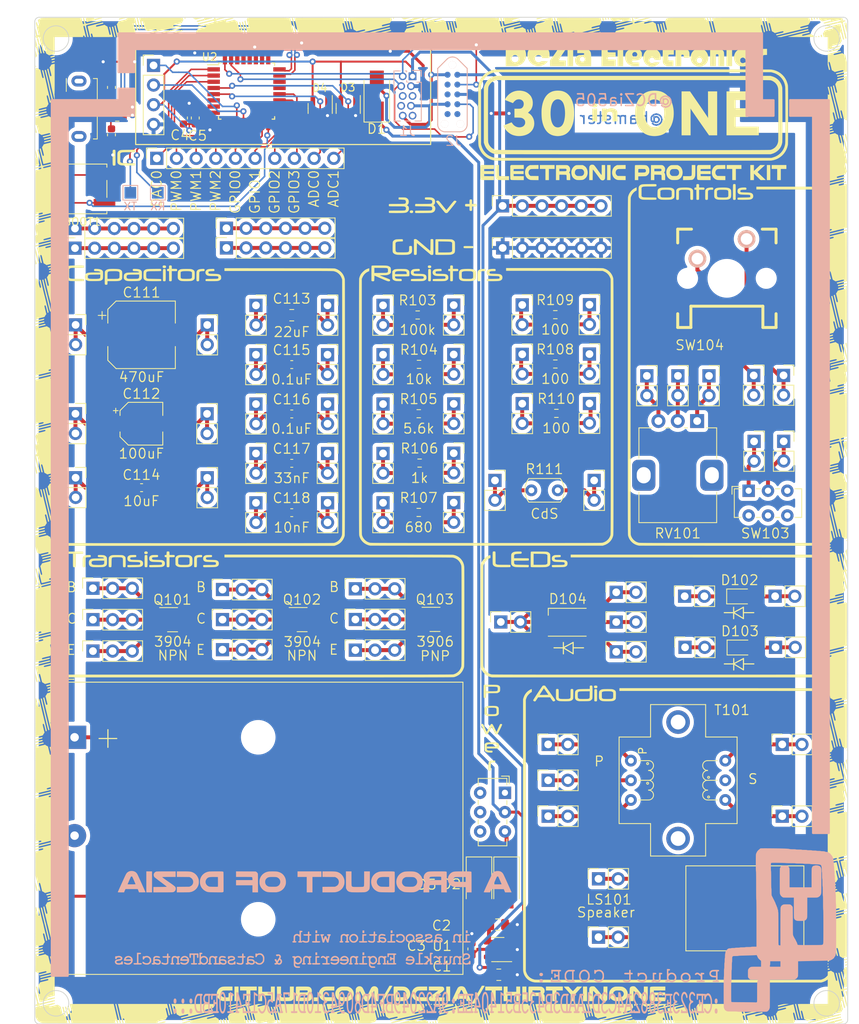
<source format=kicad_pcb>
(kicad_pcb (version 20211014) (generator pcbnew)
  (title_block (title "30-in-One") (date "2022-09-10") (rev "1.1") (company "DCZia") (comment 1 "defcon 30"))
  (layers (0 "F.Cu" signal) (31 "B.Cu" signal) (34 "B.Paste" user) (35 "F.Paste" user) (36 "B.SilkS" user "B.Silkscreen") (37 "F.SilkS" user "F.Silkscreen") (38 "B.Mask" user) (39 "F.Mask" user) (44 "Edge.Cuts" user))
  (net 0 "")
  (net 1 "+3V3")
  (net 2 "GND")
  (net 3 "/USB_IN_P")
  (net 4 "/USB_IN_N")
  (net 5 "TC_PWR")
  (net 6 "SDA")
  (net 7 "SCL")
  (net 8 "VBUS")
  (net 10 "USB_P")
  (net 11 "USB_N")
  (net 12 "TX")
  (net 13 "RX")
  (net 14 "DAC0")
  (net 15 "ADC1")
  (net 16 "PWM0")
  (net 17 "PWM1")
  (net 18 "PWM2")
  (net 19 "GPIO0")
  (net 20 "GPIO1")
  (net 21 "GPIO2")
  (net 22 "GPIO3")
  (net 23 "RESET")
  (net 24 "SWCLK")
  (net 25 "SWDIO")
  (net 26 "Net-(BT1-Pad1)")
  (net 27 "Net-(C2-Pad1)")
  (net 28 "Net-(C8-Pad1)")
  (net 37 "Net-(C111-Pad1)")
  (net 38 "Net-(C112-Pad1)")
  (net 39 "Net-(C113-Pad1)")
  (net 40 "Net-(C114-Pad1)")
  (net 41 "Net-(C115-Pad1)")
  (net 42 "Net-(C116-Pad1)")
  (net 43 "Net-(C117-Pad1)")
  (net 44 "Net-(C118-Pad1)")
  (net 45 "Net-(C111-Pad2)")
  (net 46 "Net-(C112-Pad2)")
  (net 47 "Net-(C113-Pad2)")
  (net 48 "Net-(C114-Pad2)")
  (net 49 "Net-(C115-Pad2)")
  (net 50 "Net-(C116-Pad2)")
  (net 51 "Net-(C117-Pad2)")
  (net 52 "Net-(C118-Pad2)")
  (net 53 "Net-(J121-Pad1)")
  (net 54 "Net-(J122-Pad1)")
  (net 55 "Net-(J123-Pad1)")
  (net 56 "Net-(J124-Pad1)")
  (net 57 "Net-(J125-Pad1)")
  (net 58 "Net-(J126-Pad1)")
  (net 59 "Net-(J127-Pad1)")
  (net 60 "Net-(J128-Pad1)")
  (net 61 "Net-(J129-Pad1)")
  (net 62 "Net-(J130-Pad1)")
  (net 63 "Net-(J131-Pad1)")
  (net 64 "Net-(J132-Pad1)")
  (net 65 "Net-(J133-Pad1)")
  (net 66 "Net-(J134-Pad1)")
  (net 67 "Net-(J135-Pad1)")
  (net 68 "Net-(J136-Pad1)")
  (net 69 "Net-(D102-Pad2)")
  (net 70 "Net-(D103-Pad2)")
  (net 71 "Net-(J142-Pad1)")
  (net 72 "Net-(J143-Pad1)")
  (net 73 "Net-(J144-Pad1)")
  (net 74 "Net-(J145-Pad1)")
  (net 75 "Net-(J146-Pad1)")
  (net 76 "Net-(J147-Pad1)")
  (net 77 "Net-(D102-Pad1)")
  (net 78 "Net-(D103-Pad1)")
  (net 79 "Net-(J150-Pad1)")
  (net 80 "Net-(J151-Pad1)")
  (net 81 "Net-(J152-Pad1)")
  (net 82 "Net-(J153-Pad1)")
  (net 83 "Net-(J154-Pad1)")
  (net 84 "Net-(J156-Pad1)")
  (net 85 "Net-(J158-Pad1)")
  (net 86 "Net-(J159-Pad1)")
  (net 87 "Net-(J160-Pad1)")
  (net 88 "Net-(J161-Pad1)")
  (net 89 "Net-(J162-Pad1)")
  (net 90 "Net-(J163-Pad1)")
  (net 91 "Net-(J164-Pad1)")
  (net 92 "Net-(J165-Pad1)")
  (net 93 "Net-(J166-Pad1)")
  (net 94 "Net-(J167-Pad1)")
  (net 95 "Net-(J168-Pad1)")
  (net 96 "Net-(J169-Pad1)")
  (net 97 "Net-(J172-Pad1)")
  (net 98 "Net-(J173-Pad1)")
  (net 99 "Net-(J174-Pad1)")
  (net 100 "Net-(J175-Pad1)")
  (net 105 "Net-(BOOT1-Pad2)")
  (net 106 "ADC0")
  (net 107 "Net-(D104-Pad6)")
  (net 108 "Net-(D104-Pad5)")
  (net 109 "Net-(D104-Pad4)")
  (net 110 "Net-(D104-Pad1)")
  (net 111 "Net-(C3-Pad1)")
  (net 112 "Net-(D2-Pad1)")
  (net 114 "Net-(J157-Pad1)")
  (footprint "Capacitor_SMD:C_0603_1608Metric" (layer "F.Cu") (at 115.647632 77.594785)
    (fp_text reference "C117")
    (fp_text value "33nF")
  )
  (footprint "Capacitor_SMD:C_0603_1608Metric" (layer "F.Cu") (at 138.9097 140.3138 90)
    (fp_text reference "C3")
    (fp_text value "10uF")
  )
  (footprint "Connector_PinSocket_2.54mm:PinSocket_1x02_P2.54mm_Vertical" (layer "F.Cu") (at 161.512592 66.2982)
    (fp_text reference "J153" hide)
    (fp_text value "Conn_01x02_Female")
  )
  (footprint "lib_fp:CdS Cell" (layer "F.Cu") (at 148.299273 81.084466)
    (fp_text reference "R111")
    (fp_text value "CdS")
  )
  (footprint "Capacitor_SMD:CP_Elec_8x10.5" (layer "F.Cu") (at 96.251314 61.00222)
    (fp_text reference "C111")
    (fp_text value "470uF")
  )
  (footprint "Connector_PinSocket_2.54mm:PinSocket_1x02_P2.54mm_Vertical" (layer "F.Cu") (at 127.439053 57.19222)
    (fp_text reference "J121" hide)
    (fp_text value "Conn_01x02_Female")
  )
  (footprint "Connector_PinSocket_2.54mm:PinSocket_1x02_P2.54mm_Vertical" (layer "F.Cu") (at 178.08 94.762108 90)
    (fp_text reference "J140" hide)
    (fp_text value "Conn_01x02_Female")
  )
  (footprint "Connector_PinSocket_2.54mm:PinSocket_1x02_P2.54mm_Vertical" (layer "F.Cu") (at 104.731314 59.72722)
    (fp_text reference "J113" hide)
    (fp_text value "Conn_01x02_Female")
  )
  (footprint "Connector_PinSocket_2.54mm:PinSocket_1x02_P2.54mm_Vertical" (layer "F.Cu") (at 154.099008 69.862107)
    (fp_text reference "J136" hide)
    (fp_text value "Conn_01x02_Female")
  )
  (footprint "Connector_PinSocket_2.54mm:PinSocket_1x03_P2.54mm_Vertical" (layer "F.Cu") (at 106.70304 93.898807 90)
    (fp_text reference "J166" hide)
    (fp_text value "Conn_01x03_Female")
  )
  (footprint "Connector_PinSocket_2.54mm:PinSocket_1x02_P2.54mm_Vertical" (layer "F.Cu") (at 136.565626 76.290393)
    (fp_text reference "J132" hide)
    (fp_text value "Conn_01x02_Female")
  )
  (footprint "Connector_PinSocket_2.54mm:PinSocket_1x02_P2.54mm_Vertical" (layer "F.Cu") (at 145.414624 57.142893)
    (fp_text reference "J127" hide)
    (fp_text value "Conn_01x02_Female")
  )
  (footprint "Button_Switch_THT:SW_E-Switch_EG1271_DPDT" (layer "F.Cu") (at 143.18 120.14 -90)
    (fp_text reference "SW1" hide)
    (fp_text value "Power")
  )
  (footprint "Connector_PinSocket_2.54mm:PinSocket_1x06_P2.54mm_Vertical" (layer "F.Cu") (at 87.65 49.81 90)
    (fp_text reference "J175" hide)
    (fp_text value "Spare")
  )
  (footprint "Connector_PinSocket_2.54mm:PinSocket_1x02_P2.54mm_Vertical" (layer "F.Cu") (at 179 113.895 90)
    (fp_text reference "J156" hide)
    (fp_text value "Conn_01x02_Female")
  )
  (footprint "Diode_SMD:D_SMA" (layer "F.Cu") (at 126.63 30.13 90)
    (fp_text reference "D1")
    (fp_text value "D_Schottky")
  )
  (footprint "Connector_PinSocket_2.54mm:PinSocket_1x02_P2.54mm_Vertical" (layer "F.Cu") (at 111.026093 76.319785)
    (fp_text reference "J111" hide)
    (fp_text value "Conn_01x02_Female")
  )
  (footprint "Connector_PinSocket_2.54mm:PinSocket_1x02_P2.54mm_Vertical" (layer "F.Cu") (at 157.556992 98.093734 90)
    (fp_text reference "J138" hide)
    (fp_text value "Conn_01x02_Female")
  )
  (footprint "Connector_PinSocket_2.54mm:PinSocket_1x02_P2.54mm_Vertical" (layer "F.Cu") (at 148.7645 118.53 90)
    (fp_text reference "J157" hide)
    (fp_text value "Conn_01x02_Female")
  )
  (footprint "Connector_PinSocket_2.54mm:PinSocket_1x02_P2.54mm_Vertical" (layer "F.Cu") (at 179.186848 74.755)
    (fp_text reference "J152" hide)
    (fp_text value "Conn_01x02_Female")
  )
  (footprint "lib_fp:42TL Transformer" (layer "F.Cu") (at 165.5455 118.53 90)
    (fp_text reference "T101")
    (fp_text value "Transformer")
  )
  (footprint "Connector_PinSocket_2.54mm:PinSocket_1x02_P2.54mm_Vertical" (layer "F.Cu") (at 111.026093 69.945178)
    (fp_text reference "J110" hide)
    (fp_text value "Conn_01x02_Female")
  )
  (footprint "Battery:BatteryHolder_Keystone_2479_3xAAA" (layer "F.Cu") (at 87.5975 112.9775)
    (fp_text reference "BT1" hide)
    (fp_text value "Battery")
  )
  (footprint "Connector_PinSocket_2.54mm:PinSocket_1x02_P2.54mm_Vertical" (layer "F.Cu") (at 145.414624 69.892107)
    (fp_text reference "J128" hide)
    (fp_text value "Conn_01x02_Female")
  )
  (footprint "Package_TO_SOT_SMD:SOT-23" (layer "F.Cu") (at 122.94 31.77 -90)
    (fp_text reference "D3")
    (fp_text value "D_Schottky_Dual_Series_ACK_Parallel")
  )
  (footprint "Connector_PinSocket_2.54mm:PinSocket_1x02_P2.54mm_Vertical" (layer "F.Cu") (at 120.269171 69.945178)
    (fp_text reference "J118" hide)
    (fp_text value "Conn_01x02_Female")
  )
  (footprint "Connector_PinSocket_2.54mm:PinSocket_1x02_P2.54mm_Vertical" (layer "F.Cu") (at 145.414624 63.5175)
    (fp_text reference "J126" hide)
    (fp_text value "Conn_01x02_Female")
  )
  (footprint "Connector_PinSocket_2.54mm:PinSocket_1x10_P2.54mm_Vertical" (layer "F.Cu") (at 98.214792 38.2122 90)
    (fp_text reference "J5" hide)
    (fp_text value "uC Interface")
  )
  (footprint "Connector_PinSocket_2.54mm:PinSocket_1x02_P2.54mm_Vertical" (layer "F.Cu") (at 154.099008 63.4875)
    (fp_text reference "J134" hide)
    (fp_text value "Conn_01x02_Female")
  )
  (footprint "Capacitor_SMD:CP_Elec_5x5.4" (layer "F.Cu") (at 96.228192 72.479353)
    (fp_text reference "C112")
    (fp_text value "100uF")
  )
  (footprint "Package_TO_SOT_SMD:SOT-23" (layer "F.Cu") (at 134.147386 97.75)
    (fp_text reference "Q103")
    (fp_text value "3906")
  )
  (footprint "Capacitor_SMD:C_0805_2012Metric" (layer "F.Cu") (at 142.3895 143.6412)
    (fp_text reference "C1")
    (fp_text value "2.2uF")
  )
  (footprint "Connector_PinSocket_2.54mm:PinSocket_1x03_P2.54mm_Vertical" (layer "F.Cu") (at 123.863188 93.8 90)
    (fp_text reference "J167" hide)
    (fp_text value "Conn_01x03_Female")
  )
  (footprint "Connector_PinSocket_2.54mm:PinSocket_1x02_P2.54mm_Vertical" (layer "F.Cu") (at 87.708192 71.194353)
    (fp_text reference "J106" hide)
    (fp_text value "Conn_01x02_Female")
  )
  (footprint "Connector_PinSocket_2.54mm:PinSocket_1x02_P2.54mm_Vertical" (layer "F.Cu") (at 155.267 138.7872 90)
    (fp_text reference "J146" hide)
    (fp_text value "Conn_01x02_Female")
  )
  (footprint "Connector_PinSocket_2.54mm:PinSocket_1x02_P2.54mm_Vertical" (layer "F.Cu") (at 154.704273 79.809466)
    (fp_text reference "J150" hide)
    (fp_text value "Conn_01x02_Female")
  )
  (footprint "Connector_PinSocket_2.54mm:PinSocket_1x02_P2.54mm_Vertical" (layer "F.Cu") (at 179.165181 66.235)
    (fp_text reference "J151" hide)
    (fp_text value "Conn_01x02_Female")
  )
  (footprint "Connector_PinSocket_2.54mm:PinSocket_1x02_P2.54mm_Vertical" (layer "F.Cu") (at 157.556992 101.938734 90)
    (fp_text reference "J139" hide)
    (fp_text value "Conn_01x02_Female")
  )
  (footprint "Button_Switch_THT:SW_E-Switch_EG1271_DPDT" (layer "F.Cu") (at 174.656992 81.135)
    (fp_text reference "SW103")
    (fp_text value "SW_SPST")
  )
  (footprint "Connector_PinSocket_2.54mm:PinSocket_1x02_P2.54mm_Vertical" (layer "F.Cu") (at 178.131492 101.358734 90)
    (fp_text reference "J141" hide)
    (fp_text value "Conn_01x02_Female")
  )
  (footprint "Connector_PinSocket_2.54mm:PinSocket_1x02_P2.54mm_Vertical" (layer "F.Cu") (at 104.708192 71.204353)
    (fp_text reference "J114" hide)
    (fp_text value "Conn_01x02_Female")
  )
  (footprint "Resistor_SMD:R_0603_1608Metric" (layer "F.Cu") (at 93.11 32.8894)
    (fp_text reference "R2" hide)
    (fp_text value "27R")
  )
  (footprint "Connector_PinSocket_2.54mm:PinSocket_1x03_P2.54mm_Vertical" (layer "F.Cu") (at 89.967794 93.733807 90)
    (fp_text reference "J165" hide)
    (fp_text value "Conn_01x03_Female")
  )
  (footprint "Connector_PinSocket_2.54mm:PinSocket_1x02_P2.54mm_Vertical" (layer "F.Cu") (at 141.894273 79.809466)
    (fp_text reference "J142" hide)
    (fp_text value "Conn_01x02_Female")
  )
  (footprint "Connector_PinHeader_2.54mm:PinHeader_1x04_P2.54mm_Vertical" (layer "F.Cu") (at 97.798392 26.2076)
    (fp_text reference "J3" hide)
    (fp_text value "OLED")
  )
  (footprint "Connector_PinSocket_2.54mm:PinSocket_1x02_P2.54mm_Vertical" (layer "F.Cu") (at 179 123.165 90)
    (fp_text reference "J158" hide)
    (fp_text value "Conn_01x02_Female")
  )
  (footprint "lib_fp:Speaker" (layer "F.Cu") (at 174.17 135.0658 180)
    (fp_text reference "LS101")
    (fp_text value "Speaker")
  )
  (footprint "Resistor_SMD:R_0603_1608Metric" (layer "F.Cu") (at 131.910134 58.441179)
    (fp_text reference "R103")
    (fp_text value "100k")
  )
  (footprint "lib_fp:FrontSilk" (layer "F.Cu") (at 134.938632 84.98)
    (fp_text reference "G***" hide)
    (fp_text value "LOGO" hide)
  )
  (footprint "Connector_PinSocket_2.54mm:PinSocket_1x02_P2.54mm_Vertical" (layer "F.Cu") (at 127.439053 63.566827)
    (fp_text reference "J122" hide)
    (fp_text value "Conn_01x02_Female")
  )
  (footprint "Connector_PinSocket_2.54mm:PinSocket_1x02_P2.54mm_Vertical" (layer "F.Cu") (at 120.269171 82.694392)
    (fp_text reference "J120" hide)
    (fp_text value "Conn_01x02_Female")
  )
  (footprint "Connector_PinSocket_2.54mm:PinSocket_1x02_P2.54mm_Vertical" (layer "F.Cu") (at 169.538992 66.2982)
    (fp_text reference "J145" hide)
    (fp_text value "Conn_01x02_Female")
  )
  (footprint "Connector_PinSocket_2.54mm:PinSocket_1x03_P2.54mm_Vertical" (layer "F.Cu") (at 89.967794 97.788807 90)
    (fp_text reference "J159" hide)
    (fp_text value "Conn_01x03_Female")
  )
  (footprint "Package_QFP:TQFP-32_7x7mm_P0.8mm" (layer "F.Cu") (at 109.812592 29.525)
    (fp_text reference "U2")
    (fp_text value "ATSAMD21E15B-AU")
  )
  (footprint "Connector_PinSocket_2.54mm:PinSocket_1x02_P2.54mm_Vertical" (layer "F.Cu") (at 166.396 94.762108 90)
    (fp_text reference "J148" hide)
    (fp_text value "Conn_01x02_Female")
  )
  (footprint "Connector_PinSocket_2.54mm:PinSocket_1x03_P2.54mm_Vertical" (layer "F.Cu") (at 123.863188 101.72 90)
    (fp_text reference "J164" hide)
    (fp_text value "Conn_01x03_Female")
  )
  (footprint "Package_TO_SOT_SMD:SOT-23" (layer "F.Cu") (at 100.251992 97.788807)
    (fp_text reference "Q101")
    (fp_text value "3904")
  )
  (footprint "Package_TO_SOT_SMD:SOT-23" (layer "F.Cu") (at 119.32 31.77 -90)
    (fp_text reference "D4")
    (fp_text value "D_Schottky_Dual_Series_ACK_Parallel")
  )
  (footprint "Connector_PinSocket_2.54mm:PinSocket_1x02_P2.54mm_Vertical" (layer "F.Cu") (at 165.525792 66.2982)
    (fp_text reference "J147" hide)
    (fp_text value "Conn_01x02_Female")
  )
  (footprint "Connector_PinSocket_2.54mm:PinSocket_1x03_P2.54mm_Vertical" (layer "F.Cu") (at 106.70304 101.658807 90)
    (fp_text reference "J163" hide)
    (fp_text value "Conn_01x03_Female")
  )
  (footprint "Connector_PinSocket_2.54mm:PinSocket_1x02_P2.54mm_Vertical" (layer "F.Cu") (at 87.731314 79.45722)
    (fp_text reference "J108" hide)
    (fp_text value "Conn_01x02_Female")
  )
  (footprint "Connector_PinSocket_2.54mm:PinSocket_1x02_P2.54mm_Vertical" (layer "F.Cu") (at 104.731314 79.46722)
    (fp_text reference "J116" hide)
    (fp_text value "Conn_01x02_Female")
  )
  (footprint "Capacitor_SMD:C_0603_1608Metric" (layer "F.Cu") (at 92.36 35.175399 90)
    (fp_text reference "C10" hide)
    (fp_text value "47pF")
  )
  (footprint "Connector_PinSocket_2.54mm:PinSocket_1x02_P2.54mm_Vertical" (layer "F.Cu") (at 175.361992 74.765)
    (fp_text reference "J144" hide)
    (fp_text value "Conn_01x02_Female")
  )
  (footprint "Resistor_SMD:R_0603_1608Metric" (layer "F.Cu") (at 132.160134 77.565)
    (fp_text reference "R106")
    (fp_text value "1k")
  )
  (footprint "Diode_SMD:D_SMA" (layer "F.Cu") (at 139.83 131.83 -90)
    (fp_text reference "D5")
    (fp_text value "D_Schottky")
  )
  (footprint "Capacitor_SMD:C_0603_1608Metric" (layer "F.Cu") (at 103.184 33 90)
    (fp_text reference "C5")
    (fp_text value "0.1uF")
  )
  (footprint "Package_TO_SOT_SMD:SOT-23" (layer "F.Cu") (at 116.987238 97.778807)
    (fp_text reference "Q102")
    (fp_text value "3904")
  )
  (footprint "LED_SMD:LED_RGB_PLCC-6" (layer "F.Cu") (at 151.326992 98.118734)
    (fp_text reference "D104")
    (fp_text value "LED_RGB")
  )
  (footprint "LED_SMD:LED_0805_2012Metric" (layer "F.Cu") (at 173.508 94.787108)
    (fp_text reference "D102")
    (fp_text value "LED")
  )
  (footprint "LED_SMD:LED_0805_2012Metric" (layer "F.Cu") (at 173.559492 101.383734)
    (fp_text reference "D103")
    (fp_text value "LED")
  )
  (footprint "Connector_PinSocket_2.54mm:PinSocket_1x02_P2.54mm_Vertical" (layer "F.Cu") (at 166.447492 101.358734 90)
    (fp_text reference "J149" hide)
    (fp_text value "Conn_01x02_Female")
  )
  (footprint "Connector_PinSocket_2.54mm:PinSocket_1x02_P2.54mm_Vertical" (layer "F.Cu") (at 136.565626 63.541179)
    (fp_text reference "J130" hide)
    (fp_text value "Conn_01x02_Female")
  )
  (footprint "Capacitor_SMD:C_0603_1608Metric" (layer "F.Cu") (at 114.75 23.31)
    (fp_text reference "C8" hide)
    (fp_text value "1uF")
  )
  (footprint "Resistor_SMD:R_0603_1608Metric" (layer "F.Cu") (at 149.689316 64.7725)
    (fp_text reference "R108")
    (fp_text value "100")
  )
  (footprint "Connector_PinSocket_2.54mm:PinSocket_1x03_P2.54mm_Vertical" (layer "F.Cu") (at 106.70304 97.778807 90)
    (fp_text reference "J160" hide)
    (fp_text value "Conn_01x03_Female")
  )
  (footprint "Resistor_SMD:R_0603_1608Metric" (layer "F.Cu") (at 93.11 31.34)
    (fp_text reference "R1" hide)
    (fp_text value "27R")
  )
  (footprint "Connector_PinSocket_2.54mm:PinSocket_1x02_P2.54mm_Vertical" (layer "F.Cu") (at 87.731314 59.71722)
    (fp_text reference "J105" hide)
    (fp_text value "Conn_01x02_Female")
  )
  (footprint "Connector_PinSocket_2.54mm:PinSocket_1x02_P2.54mm_Vertical" (layer "F.Cu") (at 142.646992 98.083734 90)
    (fp_text reference "J155" hide)
    (fp_text value "Conn_01x02_Female")
  )
  (footprint "lib_fp:USB31403001701C" (layer "F.Cu") (at 88.525 31.81 90)
    (fp_text reference "J4" hide)
    (fp_text value "USB3140-30-0170-1-C" hide)
  )
  (footprint "Potentiometer_THT:Potentiometer_Alps_RK09K_Single_Vertical" (layer "F.Cu") (at 168.006992 72.135 -90)
    (fp_text reference "RV101")
    (fp_text value "50k")
  )
  (footprint "Connector_PinSocket_2.54mm:PinSocket_1x06_P2.54mm_Vertical" (layer "F.Cu") (at 142.883008 44.347242 90)
    (fp_text reference "J170" hide)
    (fp_text value "Battery +")
  )
  (footprint "Capacitor_SMD:C_0603_1608Metric" (layer "F.Cu") (at 115.647632 71.220178)
    (fp_text reference "C116")
    (fp_text value "0.1uF")
  )
  (footprint "Connector_PinSocket_2.54mm:PinSocket_1x02_P2.54mm_Vertical" (layer "F.Cu") (at 111.026093 82.694392)
    (fp_text reference "J112" hide)
    (fp_text value "Conn_01x02_Female")
  )
  (footprint "Connector_PinSocket_2.54mm:PinSocket_1x02_P2.54mm_Vertical" (layer "F.Cu") (at 148.7645 123.165 90)
    (fp_text reference "J169" hide)
    (fp_text value "Conn_01x02_Female")
  )
  (footprint "Connector_PinSocket_2.54mm:PinSocket_1x02_P2.54mm_Vertical" (layer "F.Cu") (at 157.556992 94.248734 90)
    (fp_text reference "J137" hide)
    (fp_text value "Conn_01x02_Female")
  )
  (footprint "lib_fp:CHERRY_SMDLED_100H" (layer "F.Cu") (at 171.846992 53.705)
    (fp_text reference "SW104")
    (fp_text value "SW_Push" hide)
  )
  (footprint "Connector_PinSocket_2.54mm:PinSocket_1x02_P2.54mm_Vertical" (layer "F.Cu") (at 155.267 131.2528 90)
    (fp_text reference "J154" hide)
    (fp_text value "Conn_01x02_Female")
  )
  (footprint "Capacitor_SMD:C_0603_1608Metric" (layer "F.Cu") (at 92.36 29.053999 90)
    (fp_text reference "C9" hide)
    (fp_text value "47pF")
  )
  (footprint "Connector_PinSocket_2.54mm:PinSocket_1x02_P2.54mm_Vertical" (layer "F.Cu") (at 136.565626 69.915786)
    (fp_text reference "J131" hide)
    (fp_text value "Conn_01x02_Female")
  )
  (footprint "Diode_SMD:D_SMA" (layer "F.Cu") (at 143.39 131.83 -90)
    (fp_text reference "D2")
    (fp_text value "D_Schottky")
  )
  (footprint "Capacitor_SMD:C_0805_2012Metric" (layer "F.Cu") (at 142.2371 137.1642)
    (fp_text reference "C2")
    (fp_text value "470pF")
  )
  (footprint "Connector_PinSocket_2.54mm:PinSocket_1x02_P2.54mm_Vertical" (layer "F.Cu") (at 154.099008 57.112893)
    (fp_text reference "J135" hide)
    (fp_text value "Conn_01x02_Female")
  )
  (footprint "Resistor_SMD:R_0603_1608Metric" (layer "F.Cu") (at 149.826816 71.147107)
    (fp_text reference "R110")
    (fp_text value "100")
  )
  (footprint "Connector_PinSocket_2.54mm:PinSocket_1x02_P2.54mm_Vertical" (layer "F.Cu") (at 136.565626 82.665)
    (fp_text reference "J133" hide)
    (fp_text value "Conn_01x02_Female")
  )
  (footprint "Connector_PinSocket_2.54mm:PinSocket_1x02_P2.54mm_Vertical" (layer "F.Cu") (at 127.439053 76.316041)
    (fp_text reference "J124" hide)
    (fp_text value "Conn_01x02_Female")
  )
  (footprint "Resistor_SMD:R_0603_1608Metric" (layer "F.Cu") (at 149.686816 58.397893)
    (fp_text reference "R109")
    (fp_text value "100")
  )
  (footprint "Resistor_SMD:R_0603_1608Metric" (layer "F.Cu") (at 132.050134 71.190393)
    (fp_text reference "R105")
    (fp_text value "5.6k")
  )
  (footprint "Capacitor_SMD:C_0603_1608Metric" (layer "F.Cu") (at 96.251314 80.74222)
    (fp_text reference "C114")
    (fp_text value "10uF")
  )
  (footprint "Capacitor_SMD:C_0805_2012Metric" (layer "F.Cu") (at 115.647632 58.470964)
    (fp_text reference "C113")
    (fp_text value "22uF")
  )
  (footprint "Capacitor_SMD:C_0603_1608Metric" (layer "F.Cu") (at 115.647632 83.969392)
    (fp_text reference "C118")
    (fp_text value "10nF")
  )
  (footprint "Connector_PinSocket_2.54mm:PinSocket_1x03_P2.54mm_Vertical" (layer "F.Cu") (at 123.863188 97.76 90)
    (fp_text reference "J161" hide)
    (fp_text value "Conn_01x03_Female")
  )
  (footprint "Connector_PinSocket_2.54mm:PinSocket_1x02_P2.54mm_Vertical" (layer "F.Cu") (at 127.439053 82.690648)
    (fp_text reference "J125" hide)
    (fp_text value "Conn_01x02_Female")
  )
  (footprint "Resistor_SMD:R_0603_1608Metric" (layer "F.Cu") (at 132.050134 83.939607)
    (fp_text reference "R107")
    (fp_text value "680")
  )
  (footprint "Connector_PinSocket_2.54mm:PinSocket_1x06_P2.54mm_Vertical" (layer "F.Cu") (at 107.210411 49.78 90)
    (fp_text reference "J173" hide)
    (fp_text value "Spare")
  )
  (footprint "Resistor_SMD:R_0603_1608Metric" (layer "F.Cu") (at 132.085134 64.815786)
    (fp_text reference "R104")
    (fp_text value "10k")
  )
  (footprint "Connector_PinSocket_2.54mm:PinSocket_1x02_P2.54mm_Vertical" (layer "F.Cu") (at 136.565626 57.166572)
    (fp_text reference "J129" hide)
    (fp_text value "Conn_01x02_Female")
  )
  (footprint "Connector_PinSocket_2.54mm:PinSocket_1x02_P2.54mm_Vertical" (layer "F.Cu") (at 111.026093 63.570571)
    (fp_text reference "J109" hide)
    (fp_text value "Conn_01x02_Female")
  )
  (footprint "Capacitor_SMD:C_0603_1608Metric" (layer "F.Cu") (at 101.66 33 90)
    (fp_text reference "C4")
    (fp_text value "10uF")
  )
  (footprint "Connector_PinSocket_2.54mm:PinSocket_1x02_P2.54mm_Vertical" (layer "F.Cu") (at 148.7645 113.895 90)
    (fp_text reference "J168" hide)
    (fp_text value "Conn_01x02_Female")
  )
  (footprint "Connector_PinSocket_2.54mm:PinSocket_1x03_P2.54mm_Vertical" (layer "F.Cu") (at 89.967794 101.843807 90)
    (fp_text reference "J162" hide)
    (fp_text value "Conn_01x03_Female")
  )
  (footprint "Connector_PinSocket_2.54mm:PinSocket_1x02_P2.54mm_Vertical" (layer "F.Cu") (at 120.269171 76.319785)
    (fp_text reference "J119" hide)
    (fp_text value "Conn_01x02_Female")
  )
  (footprint "Connector_PinSocket_2.54mm:PinSocket_1x02_P2.54mm_Vertical" (layer "F.Cu") (at 111.026093 57.195964)
    (fp_text reference "J107" hide)
    (fp_text value "Conn_01x02_Female")
  )
  (footprint "Capacitor_SMD:C_0603_1608Metric" (layer "F.Cu") (at 115.647632 64.845571)
    (fp_text reference "C115")
    (fp_text value "0.1uF")
  )
  (footprint "Connector_PinSocket_2.54mm:PinSocket_1x06_P2.54mm_Vertical" (layer "F.Cu") (at 107.210411 47.24 90)
    (fp_text reference "J172" hide)
    (fp_text value "Spare")
  )
  (footprint "Capacitor_SMD:C_0603_1608Metric" (layer "F.Cu") (at 104.99 23.31 180)
    (fp_text reference "C7" hide)
    (fp_text value "0.1uF")
  )
  (footprint "Connector_PinSocket_2.54mm:PinSocket_1x02_P2.54mm_Vertical" (layer "F.Cu") (at 175.311992 66.245)
    (fp_text reference "J143" hide)
    (fp_text value "Conn_01x02_Female")
  )
  (footprint "Connector_PinSocket_2.54mm:PinSocket_1x06_P2.54mm_Vertical" (layer "F.Cu") (at 142.89 49.786742 90)
    (fp_text reference "J171" hide)
    (fp_text value "Battery -")
  )
  (footprint "Connector_PinSocket_2.54mm:PinSocket_1x02_P2.54mm_Vertical" (layer "F.Cu") (at 127.439053 69.941434)
    (fp_text reference "J123" hide)
    (fp_text value "Conn_01x02_Female")
  )
  (footprint "Connector_PinSocket_2.54mm:PinSocket_1x02_P2.54mm_Vertical" (layer "F.Cu") (at 120.269171 63.570571)
    (fp_text reference "J117" hide)
    (fp_text value "Conn_01x02_Female")
  )
  (footprint "Connector_PinSocket_2.54mm:PinSocket_1x02_P2.54mm_Vertical" (layer "F.Cu") (at 120.269171 57.195964)
    (fp_text reference "J115" hide)
    (fp_text value "Conn_01x02_Female")
  )
  (footprint "Package_TO_SOT_SMD:SOT-23-5" (layer "F.Cu") (at 142.2625 140.39 180)
    (fp_text reference "U1")
    (fp_text value "MIC5219-3.6YM5")
  )
  (footprint "Connector_PinSocket_2.54mm:PinSocket_1x06_P2.54mm_Vertical" (layer "F.Cu") (at 87.65 47.27 90)
    (fp_text reference "J174" hide)
    (fp_text value "Spare")
  )
  (footprint "lib_fp:SW_Push_1P1T_NO_CK_PTS526" (layer "F.Cu") (at 88.56 42.16)
    (fp_text reference "BOOT1")
    (fp_text value "Bootload")
  )
  (footprint "lib_fp:BackSilk-Text" (layer "B.Cu") (at 135.480652 85.826718 180)
    (fp_text reference "G***" hide)
    (fp_text value "LOGO" hide)
  )
  (footprint "TestPoint:TestPoint_Pad_1.5x1.5mm" (layer "B.Cu") (at 94.8 42.66 180)
    (fp_text reference "TP2" hide)
    (fp_text value "TX")
  )
  (footprint "TestPoint:TestPoint_Pad_1.5x1.5mm" (layer "B.Cu") (at 98.35 42.66 180)
    (fp_text reference "TP1" hide)
    (fp_text value "RX")
  )
  (footprint "lib_fp:BackSilk-Bars" (layer "B.Cu") (at 135.07 84.94 180)
    (fp_text reference "G***" hide)
    (fp_text value "LOGO" hide)
  )
  (footprint "Tag-Connect:TC2050-NL_SMALL" (layer "B.Cu") (at 136.403192 29.9568 -90)
    (fp_text reference "J2")
    (fp_text value "TagConnect" hide)
  )
  (footprint "lib_fp:PinHeader_2x05_P1.27mm_Vertical_Sneaky" (layer "B.Cu") (at 131.246992 27.62 180)
    (fp_text reference "J1")
    (fp_text value "SWD")
  )
  (gr_line (start 173.98 97.64) (end 172.72 96.88) (layer "F.SilkS") (width 0.15))
  (gr_line (start 173.99 104.26) (end 172.73 103.5) (layer "F.SilkS") (width 0.15))
  (gr_line (start 174 103.5) (end 175.33 103.5) (layer "F.SilkS") (width 0.15))
  (gr_line (start 152 101.42) (end 153.33 101.42) (layer "F.SilkS") (width 0.15))
  (gr_line (start 172.72 96.19) (end 172.72 97.66) (layer "F.SilkS") (width 0.15))
  (gr_line (start 151.99 102.18) (end 150.73 101.42) (layer "F.SilkS") (width 0.15))
  (gr_line (start 172.72 96.88) (end 171.51 96.88) (layer "F.SilkS") (width 0.15))
  (gr_line (start 151.99 100.73) (end 151.99 102.18) (layer "F.SilkS") (width 0.15))
  (gr_line (start 172.73 103.5) (end 171.52 103.5) (layer "F.SilkS") (width 0.15))
  (gr_line (start 173.98 96.19) (end 173.98 97.64) (layer "F.SilkS") (width 0.15))
  (gr_line (start 173.99 96.88) (end 175.32 96.88) (layer "F.SilkS") (width 0.15))
  (gr_rect (start 95.488392 24.0376) (end 133.588392 36.4276) (layer "F.SilkS") (width 0.15) (fill none))
  (gr_line (start 172.74 103.48) (end 173.99 102.81) (layer "F.SilkS") (width 0.15))
  (gr_line (start 172.73 102.81) (end 172.73 104.28) (layer "F.SilkS") (width 0.15))
  (gr_line (start 150.73 100.73) (end 150.73 102.2) (layer "F.SilkS") (width 0.15))
  (gr_line (start 150.73 101.42) (end 149.52 101.42) (layer "F.SilkS") (width 0.15))
  (gr_line (start 150.74 101.4) (end 151.99 100.73) (layer "F.SilkS") (width 0.15))
  (gr_line (start 173.99 102.81) (end 173.99 104.26) (layer "F.SilkS") (width 0.15))
  (gr_line (start 172.73 96.86) (end 173.98 96.19) (layer "F.SilkS") (width 0.15))
  (gr_line (start 187.456143 139.425773) (end 187.456143 149.425299) (layer "Edge.Cuts") (width 0.1))
  (gr_arc (start 82.456992 20.564526) (mid 82.628214 20.158816) (end 83.036992 19.995) (layer "Edge.Cuts") (width 0.1))
  (gr_circle (center 85.2 147.33) (end 86.851 147.3554) (layer "Edge.Cuts") (width 0.1) (fill none))
  (gr_line (start 186.873764 149.995299) (end 83.026984 149.993984) (layer "Edge.Cuts") (width 0.1))
  (gr_arc (start 83.026984 149.993984) (mid 82.61697 149.825007) (end 82.45651 149.411605) (layer "Edge.Cuts") (width 0.1))
  (gr_circle (center 85.199992 22.7432) (end 86.850992 22.7686) (layer "Edge.Cuts") (width 0.1) (fill none))
  (gr_line (start 187.456992 20.575) (end 187.456143 139.425773) (layer "Edge.Cuts") (width 0.1))
  (gr_line (start 83.036992 19.995) (end 186.886992 19.995) (layer "Edge.Cuts") (width 0.1))
  (gr_line (start 82.45651 149.411605) (end 82.456992 20.564526) (layer "Edge.Cuts") (width 0.1))
  (gr_arc (start 187.456143 149.425299) (mid 187.286992 149.835) (end 186.873764 149.995299) (layer "Edge.Cuts") (width 0.1))
  (gr_arc (start 186.886992 19.995) (mid 187.296541 20.162613) (end 187.456992 20.575) (layer "Edge.Cuts") (width 0.1))
  (gr_circle (center 184.738792 22.7178) (end 186.389792 22.7432) (layer "Edge.Cuts") (width 0.1) (fill none))
  (gr_circle (center 184.74 147.33) (end 186.391 147.3554) (layer "Edge.Cuts") (width 0.1) (fill none))
  (gr_text "@hamster" (at 158.27 33.02) (layer "B.Cu") (effects (font (size 1.5 1.5) (thickness 0.2)) (justify mirror)))
  (gr_text "@DCZia505" (at 158.56 30.7) (layer "B.SilkS") (effects (font (size 1.5 1.5) (thickness 0.2)) (justify mirror)))
  (gr_text "DAC0" (at 98.202637 42.137857 90) (layer "F.SilkS") (effects (font (size 1.27 1.27))))
  (gr_text "PWM1" (at 103.282637 42.41 90) (layer "F.SilkS") (effects (font (size 1.27 1.27))))
  (gr_text "PWM0" (at 100.742637 42.41 90) (layer "F.SilkS") (effects (font (size 1.27 1.27))))
  (gr_text "C" (at 103.932746 97.65) (layer "F.SilkS") (effects (font (size 1.27 1.27))))
  (gr_text "GPIO2" (at 113.428713 42.553333 90) (layer "F.SilkS") (effects (font (size 1.27 1.27))))
  (gr_text "E" (at 103.87227 101.68) (layer "F.SilkS") (effects (font (size 1.27 1.27))))
  (gr_text "B" (at 121.117894 93.561193) (layer "F.SilkS") (effects (font (size 1.27 1.27))))
  (gr_text "NPN" (at 100.303479 102.417407) (layer "F.SilkS") (effects (font (size 1.27 1.27) (thickness 0.14986))))
  (gr_text "GPIO0" (at 108.348713 42.553333 90) (layer "F.SilkS") (effects (font (size 1.27 1.27))))
  (gr_text "P" (at 155.35 116.09) (layer "F.SilkS") (effects (font (size 1.27 1.27))))
  (gr_text "ADC1" (at 121.048713 42.13 90) (layer "F.SilkS") (effects (font (size 1.27 1.27))))
  (gr_text "S" (at 175.2 118.37) (layer "F.SilkS") (effects (font (size 1.27 1.27))))
  (gr_text "B" (at 87.2 93.59) (layer "F.SilkS") (effects (font (size 1.27 1.27))))
  (gr_text "GPIO1" (at 110.888713 42.553333 90) (layer "F.SilkS") (effects (font (size 1.27 1.27))))
  (gr_text "PNP" (at 134.173473 102.4844) (layer "F.SilkS") (effects (font (size 1.27 1.27) (thickness 0.14986))))
  (gr_text "B" (at 103.932746 93.58) (layer "F.SilkS") (effects (font (size 1.27 1.27))))
  (gr_text "E" (at 87.139524 101.69) (layer "F.SilkS") (effects (font (size 1.27 1.27))))
  (gr_text "GPIO3" (at 115.968713 42.553333 90) (layer "F.SilkS") (effects (font (size 1.27 1.27))))
  (gr_text "NPN" (at 116.962525 102.432807) (layer "F.SilkS") (effects (font (size 1.27 1.27) (thickness 0.14986))))
  (gr_text "C" (at 87.2 97.66) (layer "F.SilkS") (effects (font (size 1.27 1.27))))
  (gr_text "C" (at 121.117894 97.631193) (layer "F.SilkS") (effects (font (size 1.27 1.27))))
  (gr_text "E" (at 121.057418 101.661193) (layer "F.SilkS") (effects (font (size 1.27 1.27))))
  (gr_text "PWM2" (at 105.808713 42.402143 90) (layer "F.SilkS") (effects (font (size 1.27 1.27))))
  (gr_text "ADC0" (at 118.508713 42.13 90) (layer "F.SilkS") (effects (font (size 1.27 1.27))))
  (segment (start 122.01 25.72) (end 130.366192 25.72) (width 0.254) (layer "F.Cu") (net 1))
  (segment (start 98.702792 31.2876) (end 99.144592 30.8458) (width 0.254) (layer "F.Cu") (net 1))
  (segment (start 99.169992 27.3914) (end 99.169992 27.3406) (width 0.254) (layer "F.Cu") (net 1))
  (segment (start 141.125 141.34) (end 141.125 142.705) (width 0.508) (layer "F.Cu") (net 1))
  (segment (start 99.144592 30.8458) (end 99.169992 30.8204) (width 0.254) (layer "F.Cu") (net 1))
  (segment (start 153.043008 44.347242) (end 155.583008 44.347242) (width 0.508) (layer "F.Cu") (net 1))
  (segment (start 141.12 142.7) (end 141.125 142.705) (width 0.381) (layer "F.Cu") (net 1))
  (segment (start 102.42 33.8) (end 102.395 33.775) (width 0.2032) (layer "F.Cu") (net 1))
  (segment (start 131.246992 26.6008) (end 131.246992 27.62) (width 0.254) (layer "F.Cu") (net 1))
  (segment (start 118.34 30.8025) (end 118.37 30.8325) (width 0.254) (layer "F.Cu") (net 1))
  (segment (start 99.169992 30.8204) (end 99.169992 27.3914) (width 0.254) (layer "F.Cu") (net 1))
  (segment (start 118.34 25.72) (end 118.34 30.8025) (width 0.254) (layer "F.Cu") (net 1))
  (segment (start 141.2109 143.4126) (end 141.4395 143.6412) (width 0.381) (layer "F.Cu") (net 1))
  (segment (start 99.169992 27.3406) (end 100.795592 25.715) (width 0.254) (layer "F.Cu") (net 1))
  (segment (start 142.883008 44.347242) (end 145.423008 44.347242) (width 0.508) (layer "F.Cu") (net 1))
  (segment (start 141.4395 143.6412) (end 141.1547 143.3564) (width 0.508) (layer "F.Cu") (net 1))
  (segment (start 108.23 23.31) (end 108.612592 23.692592) (width 0.254) (layer "F.Cu") (net 1))
  (segment (start 121.99 30.8325) (end 121.99 25.74) (width 0.254) (layer "F.Cu") (net 1))
  (segment (start 100.795592 25.715) (end 105.135 25.715) (width 0.2032) (layer "F.Cu") (net 1))
  (segment (start 118.34 25.72) (end 122.01 25.72) (width 0.254) (layer "F.Cu") (net 1))
  (segment (start 108.612592 23.692592) (end 108.612592 25.275) (width 0.254) (layer "F.Cu") (net 1))
  (segment (start 145.423008 44.347242) (end 147.963008 44.347242) (width 0.508) (layer "F.Cu") (net 1))
  (segment (start 139.93 142.7) (end 141.12 142.7) (width 0.381) (layer "F.Cu") (net 1))
  (segment (start 105.765 23.31) (end 108.23 23.31) (width 0.254) (layer "F.Cu") (net 1))
  (segment (start 141.125 143.3267) (end 141.4395 143.6412) (width 0.508) (layer "F.Cu") (net 1))
  (segment (start 97.798392 31.2876) (end 98.702792 31.2876) (width 0.254) (layer "F.Cu") (net 1))
  (segment (start 105.135 25.715) (end 105.765 25.085) (width 0.2032) (layer "F.Cu") (net 1))
  (segment (start 107.012592 33.775) (end 103.184 33.775) (width 0.254) (layer "F.Cu") (net 1))
  (segment (start 105.765 25.085) (end 105.765 23.31) (width 0.2032) (layer "F.Cu") (net 1))
  (segment (start 130.366192 25.72) (end 131.246992 26.6008) (width 0.254) (layer "F.Cu") (net 1))
  (segment (start 121.99 25.74) (end 122.01 25.72) (width 0.254) (layer "F.Cu") (net 1))
  (segment (start 102.42 34.6) (end 102.42 33.8) (width 0.2032) (layer "F.Cu") (net 1))
  (segment (start 150.503008 44.347242) (end 153.043008 44.347242) (width 0.508) (layer "F.Cu") (net 1))
  (segment (start 141.125 142.705) (end 141.125 143.3267) (width 0.508) (layer "F.Cu") (net 1))
  (segment (start 102.395 33.775) (end 101.66 33.775) (width 0.254) (layer "F.Cu") (net 1))
  (segment (start 147.963008 44.347242) (end 150.503008 44.347242) (width 0.508) (layer "F.Cu") (net 1))
  (segment (start 103.184 33.775) (end 102.395 33.775) (width 0.254) (layer "F.Cu") (net 1))
  (via (at 102.42 34.6) (size 0.8) (drill 0.4) (layers "F.Cu" "B.Cu") (net 1))
  (via (at 100.795592 25.715) (size 0.8) (drill 0.4) (layers "F.Cu" "B.Cu") (net 1))
  (via (at 118.34 25.72) (size 0.8) (drill 0.4) (layers "F.Cu" "B.Cu") (net 1))
  (via (at 139.93 142.7) (size 0.8) (drill 0.4) (layers "F.Cu" "B.Cu") (net 1))
  (segment (start 140.34 48.4) (end 140.34 111.6) (width 0.381) (layer "B.Cu") (net 1))
  (segment (start 141.714992 27.4168) (end 142.501992 28.2038) (width 0.381) (layer "B.Cu") (net 1))
  (segment (start 142.501992 28.2038) (end 142.501992 43.966226) (width 0.381) (layer "B.Cu") (net 1))
  (segment (start 97.798392 31.2876) (end 99.1076 31.2876) (width 0.2032) (layer "B.Cu") (net 1))
  (segment (start 142.501992 43.966226) (end 142.883008 44.347242) (width 0.381) (layer "B.Cu") (net 1))
  (segment (start 139.93 139.86) (end 139.93 142.7) (width 0.381) (layer "B.Cu") (net 1))
  (segment (start 138.793992 24.4958) (end 132.189992 24.4958) (width 0.381) (layer "B.Cu") (net 1))
  (segment (start 137.038192 27.4168) (end 141.714992 27.4168) (width 0.381) (layer "B.Cu") (net 1))
  (segment (start 145.48 116.74) (end 145.48 134.31) (width 0.381) (layer "B.Cu") (net 1))
  (segment (start 145.48 134.31) (end 140.02 139.77) (width 0.381) (layer "B.Cu") (net 1))
  (segment (start 118.335 25.715) (end 118.34 25.72) (width 0.254) (layer "B.Cu") (net 1))
  (segment (start 140.34 111.6) (end 145.48 116.74) (width 0.381) (layer "B.Cu") (net 1))
  (segment (start 140.02 139.77) (end 139.93 139.86) (width 0.381) (layer "B.Cu") (net 1))
  (segment (start 131.246992 25.4388) (end 131.246992 27.62) (width 0.381) (layer "B.Cu") (net 1))
  (segment (start 142.882758 44.347242) (end 140.34 46.89) (width 0.381) (layer "B.Cu") (net 1))
  (segment (start 141.714992 27.4168) (end 138.793992 24.4958) (width 0.381) (layer "B.Cu") (net 1))
  (segment (start 132.189992 24.4958) (end 131.246992 25.4388) (width 0.381) (layer "B.Cu") (net 1))
  (segment (start 142.883008 44.347242) (end 142.882758 44.347242) (width 0.381) (layer "B.Cu") (net 1))
  (segment (start 100.795592 25.715) (end 118.335 25.715) (width 0.254) (layer "B.Cu") (net 1))
  (segment (start 99.1076 31.2876) (end 102.42 34.6) (width 0.2032) (layer "B.Cu") (net 1))
  (segment (start 140.34 46.89) (end 140.34 48.4) (width 0.381) (layer "B.Cu") (net 1))
  (segment (start 105.47 34.93) (end 105.08 34.54) (width 0.2032) (layer "F.Cu") (net 2))
  (segment (start 101.66 32.225) (end 102.405 32.225) (width 0.2032) (layer "F.Cu") (net 2))
  (segment (start 102.405 32.225) (end 102.405 31.105) (width 0.2032) (layer "F.Cu") (net 2))
  (segment (start 92.545 39.49) (end 92.545 39.375) (width 0.2032) (layer "F.Cu") (net 2))
  (segment (start 92.535 39.91) (end 92.535 36.125399) (width 0.2032) (layer "F.Cu") (net 2))
  (segment (start 143.1871 137.1642) (end 144.7771 137.1642) (width 0.508) (layer "F.Cu") (net 2))
  (segment (start 120.27 30.8325) (end 120.27 32.68) (width 0.254) (layer "F.Cu") (net 2))
  (segment (start 91.29 28.66) (end 91.29 25.74) (width 0.254) (layer "F.Cu") (net 2))
  (segment (start 92.535 36.125399) (end 92.36 35.950399) (width 0.2032) (layer "F.Cu") (net 2))
  (segment (start 85.66 40.36) (end 91.46 40.36) (width 0.2032) (layer "F.Cu") (net 2))
  (segment (start 91.29 29.7) (end 91.29 28.66) (width 0.254) (layer "F.Cu") (net 2))
  (segment (start 104.215 23.31) (end 104.215 23.505) (width 0.2032) (layer "F.Cu") (net 2))
  (segment (start 110.212592 24.487408) (end 110.86 23.84) (width 0.2032) (layer "F.Cu") (net 2))
  (segment (start 92.535 39.91) (end 92.535 39.385) (width 0.2032) (layer "F.Cu") (net 2))
  (segment (start 90.479 30.511) (end 91.29 29.7) (width 0.254) (layer "F.Cu") (net 2))
  (segment (start 110.212592 25.275) (end 110.212592 24.487408) (width 0.2032) (layer "F.Cu") (net 2))
  (segment (start 143.3395 143.6412) (end 144.7771 143.6412) (width 0.508) (layer "F.Cu") (net 2))
  (segment (start 130.76 24.38) (end 128.37 24.38) (width 0.381) (layer "F.Cu") (net 2))
  (segment (start 87.275 30.51) (end 90.479 30.511) (width 0.254) (layer "F.Cu") (net 2))
  (segment (start 115.525 23.31) (end 116.92 23.31) (width 0.2032) (layer "F.Cu") (net 2))
  (segment (start 102.405 32.225) (end 103.184 32.225) (width 0.2032) (layer "F.Cu") (net 2))
  (segment (start 107.812592 34.637408) (end 107.52 34.93) (width 0.2032) (layer "F.Cu") (net 2))
  (segment (start 141.41 32.41) (end 143.71 32.41) (width 0.508) (layer "F.Cu") (net 2))
  (segment (start 143.4 140.39) (end 144.7771 140.39) (width 0.508) (layer "F.Cu") (net 2))
  (segment (start 91.671001 28.278999) (end 91.29 28.66) (width 0.2032) (layer "F.Cu") (net 2))
  (segment (start 92.535 39.385) (end 92.545 39.375) (width 0.2032) (layer "F.Cu") (net 2))
  (segment (start 123.89 30.8325) (end 123.89 32.69) (width 0.254) (layer "F.Cu") (net 2))
  (segment (start 107.52 34.93) (end 105.47 34.93) (width 0.2032) (layer "F.Cu") (net 2))
  (segment (start 132.62 28.53) (end 132.62 26.24) (width 0.381) (layer "F.Cu") (net 2))
  (segment (start 107.812592 33.775) (end 107.812592 34.637408) (width 0.2032) (layer "F.Cu") (net 2))
  (segment (start 138.9097 139.5388) (end 138.9097 138.3326) (width 0.508) (layer "F.Cu") (net 2))
  (segment (start 102.405 31.105) (end 102.4 31.1) (width 0.2032) (layer "F.Cu") (net 2))
  (segment (start 91.29 25.74) (end 95.36 25.74) (width 0.254) (layer "F.Cu") (net 2))
  (segment (start 131.046992 28.89) (end 132.26 28.89) (width 0.381) (layer "F.Cu") (net 2))
  (segment (start 132.26 28.89) (end 132.62 28.53) (width 0.381) (layer "F.Cu") (net 2))
  (segment (start 92.36 28.278999) (end 91.671001 28.278999) (width 0.2032) (layer "F.Cu") (net 2))
  (segment (start 104.215 23.505) (end 103.12 24.6) (width 0.2032) (layer "F.Cu") (net 2))
  (segment (start 120.27 32.68) (end 120.26 32.69) (width 0.254) (layer "F.Cu") (net 2))
  (segment (start 132.62 26.24) (end 130.76 24.38) (width 0.381) (layer "F.Cu") (net 2))
  (via (at 103.12 24.6) (size 0.8) (drill 0.4) (layers "F.Cu" "B.Cu") (net 2))
  (via (at 105.08 34.54) (size 0.8) (drill 0.4) (layers "F.Cu" "B.Cu") (net 2))
  (via (at 144.7771 140.39) (size 0.8) (drill 0.4) (layers "F.Cu" "B.Cu") (net 2))
  (via (at 143.71 32.41) (size 0.8) (drill 0.4) (layers "F.Cu" "B.Cu") (net 2))
  (via (at 141.41 32.41) (size 0.8) (drill 0.4) (layers "F.Cu" "B.Cu") (net 2))
  (via (at 123.89 32.69) (size 0.8) (drill 0.4) (layers "F.Cu" "B.Cu") (net 2))
  (via (at 138.9097 138.3326) (size 0.8) (drill 0.4) (layers "F.Cu" "B.Cu") (net 2))
  (via (at 110.86 23.84) (size 0.8) (drill 0.4) (layers "F.Cu" "B.Cu") (net 2))
  (via (at 91.29 25.74) (size 0.8) (drill 0.4) (layers "F.Cu" "B.Cu") (net 2))
  (via (at 116.92 23.31) (size 0.8) (drill 0.4) (layers "F.Cu" "B.Cu") (net 2))
  (via (at 120.26 32.69) (size 0.8) (drill 0.4) (layers "F.Cu" "B.Cu") (net 2))
  (via (at 95.36 25.74) (size 0.8) (drill 0.4) (layers "F.Cu" "B.Cu") (net 2))
  (via (at 102.4 31.1) (size 0.8) (drill 0.4) (layers "F.Cu" "B.Cu") (net 2))
  (via (at 144.7771 143.6412) (size 0.8) (drill 0.4) (layers "F.Cu" "B.Cu") (net 2))
  (via (at 128.37 24.38) (size 0.8) (drill 0.4) (layers "F.Cu" "B.Cu") (net 2))
  (via (at 144.7771 137.1642) (size 0.8) (drill 0.4) (layers "F.Cu" "B.Cu") (net 2))
  (via (at 92.535 37.775) (size 0.8) (drill 0.4) (layers "F.Cu" "B.Cu") (net 2))
  (segment (start 137.038192 29.9568) (end 139.120992 29.9568) (width 0.381) (layer "B.Cu") (net 2))
  (segment (start 89.307593 31.911) (end 92.009 31.911) (width 0.2) (layer "F.Cu") (net 3))
  (segment (start 92.285 31.34) (end 92.285 29.903999) (width 0.2032) (layer "F.Cu") (net 3))
  (segment (start 92.285 29.903999) (end 92.36 29.828999) (width 0.2032) (layer "F.Cu") (net 3))
  (segment (start 87.275 31.81) (end 89.207593 31.811) (width 0.2) (layer "F.Cu") (net 3))
  (segment (start 92.285 31.34) (end 92.285 31.635) (width 0.2032) (layer "F.Cu") (net 3))
  (segment (start 92.285 31.635) (end 92.009 31.911) (width 0.2032) (layer "F.Cu") (net 3))
  (segment (start 89.207593 31.811) (end 89.307593 31.911) (width 0.2) (layer "F.Cu") (net 3))
  (segment (start 87.275 32.46) (end 89.207593 32.461) (width 0.2) (layer "F.Cu") (net 4))
  (segment (start 92.285 32.8894) (end 92.285 34.325399) (width 0.2032) (layer "F.Cu") (net 4))
  (segment (start 89.307593 32.361) (end 92.031 32.361) (width 0.2) (layer "F.Cu") (net 4))
  (segment (start 92.285 32.8894) (end 92.285 32.615) (width 0.2032) (layer "F.Cu") (net 4))
  (segment (start 92.285 34.325399) (end 92.36 34.400399) (width 0.2032) (layer "F.Cu") (net 4))
  (segment (start 92.285 32.615) (end 92.031 32.361) (width 0.2032) (layer "F.Cu") (net 4))
  (segment (start 89.207593 32.461) (end 89.307593 32.361) (width 0.2) (layer "F.Cu") (net 4))
  (segment (start 126.63 28.87) (end 126.63 28.13) (width 0.381) (layer "F.Cu") (net 5))
  (segment (start 127.89 30.13) (end 126.63 28.87) (width 0.381) (layer "F.Cu") (net 5))
  (via (at 127.89 30.13) (size 0.8) (drill 0.4) (layers "F.Cu" "B.Cu") (net 5))
  (segment (start 133.456792 31.43) (end 131.046992 31.43) (width 0.381) (layer "B.Cu") (net 5))
  (segment (start 133.659992 31.2268) (end 133.456792 31.43) (width 0.381) (layer "B.Cu") (net 5))
  (segment (start 133.456792 31.43) (end 133.456792 33.703208) (width 0.381) (layer "B.Cu") (net 5))
  (segment (start 128.92 34.21) (end 127.89 33.18) (width 0.381) (layer "B.Cu") (net 5))
  (segment (start 127.89 33.18) (end 127.89 30.13) (width 0.381) (layer "B.Cu") (net 5))
  (segment (start 133.456792 33.703208) (end 132.95 34.21) (width 0.381) (layer "B.Cu") (net 5))
  (segment (start 135.768192 31.2268) (end 133.659992 31.2268) (width 0.381) (layer "B.Cu") (net 5))
  (segment (start 132.95 34.21) (end 128.92 34.21) (width 0.381) (layer "B.Cu") (net 5))
  (segment (start 108.55 31.38) (end 108.55 33.712408) (width 0.2032) (layer "F.Cu") (net 6))
  (segment (start 108.55 33.712408) (end 108.612592 33.775) (width 0.2032) (layer "F.Cu") (net 6))
  (via (at 108.55 31.38) (size 0.8) (drill 0.4) (layers "F.Cu" "B.Cu") (net 6))
  (segment (start 106.71 31.51) (end 108.42 31.51) (width 0.2032) (layer "B.Cu") (net 6))
  (segment (start 100.26 27.1) (end 101.05 27.1) (width 0.2032) (layer "B.Cu") (net 6))
  (segment (start 102.3 27.1) (end 106.71 31.51) (width 0.2032) (layer "B.Cu") (net 6))
  (segment (start 97.798392 26.2076) (end 99.3676 26.2076) (width 0.2032) (layer "B.Cu") (net 6))
  (segment (start 108.42 31.51) (end 108.55 31.38) (width 0.2032) (layer "B.Cu") (net 6))
  (segment (start 99.3676 26.2076) (end 100.26 27.1) (width 0.2032) (layer "B.Cu") (net 6))
  (segment (start 101.05 27.1) (end 102.3 27.1) (width 0.2032) (layer "B.Cu") (net 6))
  (segment (start 109.412592 32.152592) (end 109.412592 33.775) (width 0.2032) (layer "F.Cu") (net 7))
  (segment (start 109.4 32.14) (end 109.412592 32.152592) (width 0.2032) (layer "F.Cu") (net 7))
  (via (at 109.4 32.14) (size 0.8) (drill 0.4) (layers "F.Cu" "B.Cu") (net 7))
  (segment (start 97.798392 28.7476) (end 102.7676 28.7476) (width 0.2032) (layer "B.Cu") (net 7))
  (segment (start 102.7676 28.7476) (end 104.73 30.71) (width 0.2032) (layer "B.Cu") (net 7))
  (segment (start 104.73 30.71) (end 106.16 32.14) (width 0.2032) (layer "B.Cu") (net 7))
  (segment (start 106.16 32.14) (end 109.4 32.14) (width 0.2032) (layer "B.Cu") (net 7))
  (segment (start 83.35 46.24) (end 83.35 38.46) (width 0.381) (layer "F.Cu") (net 8))
  (segment (start 84.63 131.13) (end 84.63 47.52) (width 0.381) (layer "F.Cu") (net 8))
  (segment (start 143.39 134.13) (end 141.86 135.66) (width 0.381) (layer "F.Cu") (net 8))
  (segment (start 141.86 135.66) (end 117.42 135.66) (width 0.381) (layer "F.Cu") (net 8))
  (segment (start 84.63 37.18) (end 84.63 33.85) (width 0.381) (layer "F.Cu") (net 8))
  (segment (start 117.42 135.66) (end 115.26 133.5) (width 0.381) (layer "F.Cu") (net 8))
  (segment (start 85.369 33.111) (end 87.275 33.11) (width 0.381) (layer "F.Cu") (net 8))
  (segment (start 83.35 38.46) (end 84.63 37.18) (width 0.381) (layer "F.Cu") (net 8))
  (segment (start 115.26 133.5) (end 87 133.5) (width 0.381) (layer "F.Cu") (net 8))
  (segment (start 143.39 133.83) (end 143.39 134.13) (width 0.381) (layer "F.Cu") (net 8))
  (segment (start 87 133.5) (end 84.63 131.13) (width 0.381) (layer "F.Cu") (net 8))
  (segment (start 84.63 47.52) (end 83.35 46.24) (width 0.381) (layer "F.Cu") (net 8))
  (segment (start 84.63 33.85) (end 85.369 33.111) (width 0.381) (layer "F.Cu") (net 8))
  (segment (start 115.354297 24.865703) (end 115.599296 25.110702) (width 0.2) (layer "F.Cu") (net 10))
  (segment (start 114.762592 26.9) (end 114.587592 26.725) (width 0.2) (layer "F.Cu") (net 10))
  (segment (start 115.599296 26.632504) (end 115.3318 26.9) (width 0.2) (layer "F.Cu") (net 10))
  (segment (start 115.599296 25.110702) (end 115.599296 26.632504) (width 0.2) (layer "F.Cu") (net 10))
  (segment (start 114.587592 26.725) (end 114.062592 26.725) (width 0.2) (layer "F.Cu") (net 10))
  (segment (start 94.770001 31.889699) (end 95.07 31.5897) (width 0.2) (layer "F.Cu") (net 10))
  (segment (start 94.484699 31.889699) (end 94.770001 31.889699) (width 0.2) (layer "F.Cu") (net 10))
  (segment (start 115.3318 26.9) (end 114.762592 26.9) (width 0.2) (layer "F.Cu") (net 10))
  (segment (start 93.935 31.34) (end 94.484699 31.889699) (width 0.2) (layer "F.Cu") (net 10))
  (via (at 95.07 31.5897) (size 0.8) (drill 0.4) (layers "F.Cu" "B.Cu") (net 10))
  (via (at 115.354297 24.865703) (size 0.8) (drill 0.4) (layers "F.Cu" "B.Cu") (net 10))
  (segment (start 114.7768 21.565) (end 115.614999 22.403199) (width 0.2) (layer "B.Cu") (net 10))
  (segment (start 94.287899 31.889699) (end 94.055 31.6568) (width 0.2) (layer "B.Cu") (net 10))
  (segment (start 94.055 22.9732) (end 95.4632 21.565) (width 0.2) (layer "B.Cu") (net 10))
  (segment (start 115.614999 24.605001) (end 115.354297 24.865703) (width 0.2) (layer "B.Cu") (net 10))
  (segment (start 94.055 31.6568) (end 94.055 22.9732) (width 0.2) (layer "B.Cu") (net 10))
  (segment (start 115.614999 22.403199) (end 115.614999 24.605001) (width 0.2) (layer "B.Cu") (net 10))
  (segment (start 94.770001 31.889699) (end 94.287899 31.889699) (width 0.2) (layer "B.Cu") (net 10))
  (segment (start 95.4632 21.565) (end 114.7768 21.565) (width 0.2) (layer "B.Cu") (net 10))
  (segment (start 95.07 31.5897) (end 94.770001 31.889699) (width 0.2) (layer "B.Cu") (net 10))
  (segment (start 115.5182 27.35) (end 114.762592 27.35) (width 0.2) (layer "F.Cu") (net 11))
  (segment (start 94.484699 32.339701) (end 94.770001 32.339701) (width 0.2) (layer "F.Cu") (net 11))
  (segment (start 114.762592 27.35) (end 114.587592 27.525) (width 0.2) (layer "F.Cu") (net 11))
  (segment (start 116.049298 25.110702) (end 116.049298 26.818902) (width 0.2) (layer "F.Cu") (net 11))
  (segment (start 93.935 32.8894) (end 94.484699 32.339701) (width 0.2) (layer "F.Cu") (net 11))
  (segment (start 114.587592 27.525) (end 114.062592 27.525) (width 0.2) (layer "F.Cu") (net 11))
  (segment (start 116.31 24.85) (end 116.049298 25.110702) (width 0.2) (layer "F.Cu") (net 11))
  (segment (start 94.770001 32.339701) (end 95.07 32.6397) (width 0.2) (layer "F.Cu") (net 11))
  (segment (start 116.049298 26.818902) (end 115.5182 27.35) (width 0.2) (layer "F.Cu") (net 11))
  (via (at 116.31 24.85) (size 0.8) (drill 0.4) (layers "F.Cu" "B.Cu") (net 11))
  (via (at 95.07 32.6397) (size 0.8) (drill 0.4) (layers "F.Cu" "B.Cu") (net 11))
  (segment (start 114.9632 21.115) (end 116.065001 22.216801) (width 0.2) (layer "B.Cu") (net 11))
  (segment (start 93.605 31.8432) (end 93.605 22.7868) (width 0.2) (layer "B.Cu") (net 11))
  (segment (start 95.2768 21.115) (end 114.9632 21.115) (width 0.2) (layer "B.Cu") (net 11))
  (segment (start 94.770001 32.339701) (end 94.101501 32.339701) (width 0.2) (layer "B.Cu") (net 11))
  (segment (start 93.605 22.7868) (end 95.2768 21.115) (width 0.2) (layer "B.Cu") (net 11))
  (segment (start 94.101501 32.339701) (end 93.605 31.8432) (width 0.2) (layer "B.Cu") (net 11))
  (segment (start 95.07 32.6397) (end 94.770001 32.339701) (width 0.2) (layer "B.Cu") (net 11))
  (segment (start 116.065001 24.605001) (end 116.31 24.85) (width 0.2) (layer "B.Cu") (net 11))
  (segment (start 116.065001 22.216801) (end 116.065001 24.605001) (width 0.2) (layer "B.Cu") (net 11))
  (segment (start 99.04 36.37) (end 98.25 36.37) (width 0.2032) (layer "F.Cu") (net 12))
  (segment (start 98.25 36.37) (end 95.88 36.37) (width 0.2032) (layer "F.Cu") (net 12))
  (segment (start 95.88 36.37) (end 95.42 36.83) (width 0.2032) (layer "F.Cu") (net 12))
  (segment (start 99.75 29.63) (end 99.75 35.66) (width 0.2032) (layer "F.Cu") (net 12))
  (segment (start 99.75 35.66) (end 99.29 36.12) (width 0.2032) (layer "F.Cu") (net 12))
  (segment (start 102.655 26.725) (end 99.75 29.63) (width 0.2032) (layer "F.Cu") (net 12))
  (segment (start 105.562592 26.725) (end 102.655 26.725) (width 0.2032) (layer "F.Cu") (net 12))
  (segment (start 99.29 36.12) (end 99.04 36.37) (width 0.2032) (layer "F.Cu") (net 12))
  (segment (start 94.75 37.5) (end 94.75 38.61) (width 0.2032) (layer "F.Cu") (net 12))
  (segment (start 95.42 36.83) (end 94.75 37.5) (width 0.2032) (layer "F.Cu") (net 12))
  (via (at 94.75 38.61) (size 0.8) (drill 0.4) (layers "F.Cu" "B.Cu") (net 12))
  (segment (start 94.75 38.61) (end 94.8 38.66) (width 0.2032) (layer "B.Cu") (net 12))
  (segment (start 94.8 38.66) (end 94.8 42.66) (width 0.2032) (layer "B.Cu") (net 12))
  (segment (start 99.51 36.41) (end 99.19 36.73) (width 0.2032) (layer "F.Cu") (net 13))
  (segment (start 102.365 27.525) (end 100.13 29.76) (width 0.2032) (layer "F.Cu") (net 13))
  (segment (start 105.562592 27.525) (end 102.365 27.525) (width 0.2032) (layer "F.Cu") (net 13))
  (segment (start 100.13 35.79) (end 99.51 36.41) (width 0.2032) (layer "F.Cu") (net 13))
  (segment (start 96.41 36.73) (end 96.03 36.73) (width 0.2032) (layer "F.Cu") (net 13))
  (segment (start 100.13 31.7) (end 100.13 35.79) (width 0.2032) (layer "F.Cu") (net 13))
  (segment (start 96.03 36.73) (end 95.64 37.12) (width 0.2032) (layer "F.Cu") (net 13))
  (segment (start 100.13 29.76) (end 100.13 31.7) (width 0.2032) (layer "F.Cu") (net 13))
  (segment (start 95.64 37.12) (end 95.64 37.82) (width 0.2032) (layer "F.Cu") (net 13))
  (segment (start 99.19 36.73) (end 96.41 36.73) (width 0.2032) (layer "F.Cu") (net 13))
  (via (at 95.64 37.82) (size 0.8) (drill 0.4) (layers "F.Cu" "B.Cu") (net 13))
  (segment (start 98.27 42.66) (end 98.35 42.66) (width 0.2032) (layer "B.Cu") (net 13))
  (segment (start 95.64 40.03) (end 98.27 42.66) (width 0.2032) (layer "B.Cu") (net 13))
  (segment (start 95.64 37.82) (end 95.64 40.03) (width 0.2032) (layer "B.Cu") (net 13))
  (segment (start 105.562592 28.325) (end 102.075 28.325) (width 0.2032) (layer "F.Cu") (net 14))
  (segment (start 100.49 29.91) (end 100.49 35.936992) (width 0.2032) (layer "F.Cu") (net 14))
  (segment (start 102.075 28.325) (end 100.49 29.91) (width 0.2032) (layer "F.Cu") (net 14))
  (segment (start 100.49 35.936992) (end 98.214792 38.2122) (width 0.2032) (layer "F.Cu") (net 14))
  (segment (start 122.94 32.7075) (end 122.94 36.346992) (width 0.2032) (layer "F.Cu") (net 15))
  (segment (start 107.665 29.125) (end 107.95 28.84) (width 0.2032) (layer "F.Cu") (net 15))
  (segment (start 122.94 30.85) (end 122.94 32.7075) (width 0.2032) (layer "F.Cu") (net 15))
  (segment (start 105.562592 29.125) (end 107.665 29.125) (width 0.2032) (layer "F.Cu") (net 15))
  (segment (start 122.94 36.346992) (end 121.074792 38.2122) (width 0.2032) (layer "F.Cu") (net 15))
  (via (at 107.95 28.84) (size 0.8) (drill 0.4) (layers "F.Cu" "B.Cu") (net 15))
  (via (at 122.94 30.85) (size 0.8) (drill 0.4) (layers "F.Cu" "B.Cu") (net 15))
  (segment (start 120.93 28.84) (end 122.94 30.85) (width 0.2032) (layer "B.Cu") (net 15))
  (segment (start 107.95 28.84) (end 120.93 28.84) (width 0.2032) (layer "B.Cu") (net 15))
  (segment (start 109.62 35.29) (end 101.77 35.29) (width 0.2032) (layer "F.Cu") (net 16))
  (segment (start 110.212592 34.697408) (end 109.62 35.29) (width 0.2032) (layer "F.Cu") (net 16))
  (segment (start 100.754792 36.305208) (end 100.754792 38.2122) (width 0.2032) (layer "F.Cu") (net 16))
  (segment (start 110.212592 33.775) (end 110.212592 34.697408) (width 0.2032) (layer "F.Cu") (net 16))
  (segment (start 101.77 35.29) (end 100.754792 36.305208) (width 0.2032) (layer "F.Cu") (net 16))
  (segment (start 103.294792 36.295208) (end 103.294792 38.2122) (width 0.2032) (layer "F.Cu") (net 17))
  (segment (start 111.012592 35.027408) (end 110.39 35.65) (width 0.2032) (layer "F.Cu") (net 17))
  (segment (start 110.39 35.65) (end 103.94 35.65) (width 0.2032) (layer "F.Cu") (net 17))
  (segment (start 103.94 35.65) (end 103.294792 36.295208) (width 0.2032) (layer "F.Cu") (net 17))
  (segment (start 111.012592 33.775) (end 111.012592 35.027408) (width 0.2032) (layer "F.Cu") (net 17))
  (segment (start 111.812592 33.775) (end 111.812592 35.327408) (width 0.2032) (layer "F.Cu") (net 18))
  (segment (start 111.812592 35.327408) (end 111.13 36.01) (width 0.2032) (layer "F.Cu") (net 18))
  (segment (start 105.834792 36.505208) (end 105.834792 38.2122) (width 0.2032) (layer "F.Cu") (net 18))
  (segment (start 111.13 36.01) (end 106.33 36.01) (width 0.2032) (layer "F.Cu") (net 18))
  (segment (start 106.33 36.01) (end 105.834792 36.505208) (width 0.2032) (layer "F.Cu") (net 18))
  (segment (start 108.374792 37.005208) (end 109.01 36.37) (width 0.2032) (layer "F.Cu") (net 19))
  (segment (start 108.374792 38.2122) (end 108.374792 37.005208) (width 0.2032) (layer "F.Cu") (net 19))
  (segment (start 114.12 32.382408) (end 114.062592 32.325) (width 0.2032) (layer "F.Cu") (net 19))
  (segment (start 112.32 36.37) (end 114.12 34.57) (width 0.2032) (layer "F.Cu") (net 19))
  (segment (start 109.01 36.37) (end 112.32 36.37) (width 0.2032) (layer "F.Cu") (net 19))
  (segment (start 114.12 34.57) (end 114.12 32.382408) (width 0.2032) (layer "F.Cu") (net 19))
  (segment (start 115.255 31.525) (end 114.062592 31.525) (width 0.2032) (layer "F.Cu") (net 20))
  (segment (start 115.56 31.83) (end 115.255 31.525) (width 0.2032) (layer "F.Cu") (net 20))
  (segment (start 115.56 33.64) (end 115.56 31.83) (width 0.2032) (layer "F.Cu") (net 20))
  (segment (start 112.47 36.73) (end 115.56 33.64) (width 0.2032) (layer "F.Cu") (net 20))
  (segment (start 110.914792 38.2122) (end 110.914792 37.205208) (width 0.2032) (layer "F.Cu") (net 20))
  (segment (start 110.914792 37.205208) (end 111.39 36.73) (width 0.2032) (layer "F.Cu") (net 20))
  (segment (start 111.39 36.73) (end 112.47 36.73) (width 0.2032) (layer "F.Cu") (net 20))
  (segment (start 115.94 30.96) (end 115.69 30.71) (width 0.2032) (layer "F.Cu") (net 21))
  (segment (start 113.454792 36.265208) (end 115.94 33.78) (width 0.2032) (layer "F.Cu") (net 21))
  (segment (start 113.454792 38.2122) (end 113.454792 36.265208) (width 0.2032) (layer "F.Cu") (net 21))
  (segment (start 115.69 30.71) (end 114.077592 30.71) (width 0.2032) (layer "F.Cu") (net 21))
  (segment (start 115.94 33.78) (end 115.94 30.96) (width 0.2032) (layer "F.Cu") (net 21))
  (segment (start 114.077592 30.71) (end 114.062592 30.725) (width 0.2032) (layer "F.Cu") (net 21))
  (segment (start 116.31 37.896992) (end 115.994792 38.2122) (width 0.2032) (layer "F.Cu") (net 22))
  (segment (start 115.875 29.925) (end 116.31 30.36) (width 0.2032) (layer "F.Cu") (net 22))
  (segment (start 116.31 30.36) (end 116.31 37.896992) (width 0.2032) (layer "F.Cu") (net 22))
  (segment (start 114.062592 29.925) (end 115.875 29.925) (width 0.2032) (layer "F.Cu") (net 22))
  (segment (start 130.919992 33.7414) (end 130.996192 33.8176) (width 0.381) (layer "F.Cu") (net 23))
  (segment (start 133.663192 33.2334) (end 133.663192 27.4168) (width 0.381) (layer "F.Cu") (net 23))
  (segment (start 132.850392 33.8176) (end 133.078992 33.8176) (width 0.381) (layer "F.Cu") (net 23))
  (segment (start 119.08 23.34) (end 132.94 23.34) (width 0.2032) (layer "F.Cu") (net 23))
  (segment (start 129.976992 32.7984) (end 130.919992 33.7414) (width 0.381) (layer "F.Cu") (net 23))
  (segment (start 132.94 23.34) (end 133.663192 24.063192) (width 0.2032) (layer "F.Cu") (net 23))
  (segment (start 111.96 24.19) (end 118.23 24.19) (width 0.2032) (layer "F.Cu") (net 23))
  (segment (start 118.23 24.19) (end 119.08 23.34) (width 0.2032) (layer "F.Cu") (net 23))
  (segment (start 111.812592 24.337408) (end 111.96 24.19) (width 0.2032) (layer "F.Cu") (net 23))
  (segment (start 133.078992 33.8176) (end 133.586992 33.3096) (width 0.381) (layer "F.Cu") (net 23))
  (segment (start 129.976992 32.7) (end 129.976992 32.7984) (width 0.381) (layer "F.Cu") (net 23))
  (segment (start 130.996192 33.8176) (end 132.850392 33.8176) (width 0.381) (layer "F.Cu") (net 23))
  (segment (start 111.812592 25.275) (end 111.812592 24.337408) (width 0.2032) (layer "F.Cu") (net 23))
  (segment (start 133.586992 33.3096) (end 133.663192 33.2334) (width 0.381) (layer "F.Cu") (net 23))
  (segment (start 133.663192 24.063192) (end 133.663192 27.4168) (width 0.2032) (layer "F.Cu") (net 23))
  (via (at 133.663192 27.4168) (size 0.8) (drill 0.4) (layers "F.Cu" "B.Cu") (net 23))
  (segment (start 133.663192 27.4168) (end 135.768192 27.4168) (width 0.381) (layer "B.Cu") (net 23))
  (segment (start 128.913392 29.3218) (end 128.913392 33.3604) (width 0.2032) (layer "F.Cu") (net 24))
  (segment (start 138.539992 35.4432) (end 138.565392 35.4178) (width 0.2032) (layer "F.Cu") (net 24))
  (segment (start 134.094992 34.4272) (end 135.110992 35.4432) (width 0.2032) (layer "F.Cu") (net 24))
  (segment (start 107.812592 26.192592) (end 109.02 27.4) (width 0.2032) (layer "F.Cu") (net 24))
  (segment (start 129.345192 28.89) (end 128.913392 29.3218) (width 0.2032) (layer "F.Cu") (net 24))
  (segment (start 107.812592 25.275) (end 107.812592 26.192592) (width 0.2032) (layer "F.Cu") (net 24))
  (segment (start 128.913392 33.3604) (end 129.980192 34.4272) (width 0.2032) (layer "F.Cu") (net 24))
  (segment (start 109.02 27.4) (end 109.02 28) (width 0.2032) (layer "F.Cu") (net 24))
  (segment (start 129.776992 28.89) (end 129.345192 28.89) (width 0.2032) (layer "F.Cu") (net 24))
  (segment (start 135.110992 35.4432) (end 138.539992 35.4432) (width 0.2032) (layer "F.Cu") (net 24))
  (segment (start 129.980192 34.4272) (end 134.094992 34.4272) (width 0.2032) (layer "F.Cu") (net 24))
  (via (at 138.565392 35.4178) (size 0.8) (drill 0.4) (layers "F.Cu" "B.Cu") (net 24))
  (via (at 109.02 28) (size 0.8) (drill 0.4) (layers "F.Cu" "B.Cu") (net 24))
  (segment (start 109.02 28) (end 128.886992 28) (width 0.2032) (layer "B.Cu") (net 24))
  (segment (start 139.073392 34.9098) (end 138.565392 35.4178) (width 0.2032) (layer "B.Cu") (net 24))
  (segment (start 139.073392 31.6586) (end 139.073392 34.9098) (width 0.2032) (layer "B.Cu") (net 24))
  (segment (start 137.038192 31.2268) (end 138.641592 31.2268) (width 0.2032) (layer "B.Cu") (net 24))
  (segment (start 128.886992 28) (end 129.776992 28.89) (width 0.2032) (layer "B.Cu") (net 24))
  (segment (start 138.641592 31.2268) (end 139.073392 31.6586) (width 0.2032) (layer "B.Cu") (net 24))
  (segment (start 139.479792 23.556) (end 139.479792 28.6868) (width 0.2032) (layer "F.Cu") (net 25))
  (segment (start 107.55 27.29) (end 107.012592 26.752592) (width 0.2032) (layer "F.Cu") (net 25))
  (segment (start 107.57 27.29) (end 107.55 27.29) (width 0.2032) (layer "F.Cu") (net 25))
  (segment (start 107.012592 25.275) (end 107.012592 26.752592) (width 0.2032) (layer "F.Cu") (net 25))
  (via (at 139.479792 23.556) (size 0.8) (drill 0.4) (layers "F.Cu" "B.Cu") (net 25))
  (via (at 107.57 27.29) (size 0.8) (drill 0.4) (layers "F.Cu" "B.Cu") (net 25))
  (via (at 139.479792 28.6868) (size 0.8) (drill 0.4) (layers "F.Cu" "B.Cu") (net 25))
  (segment (start 129.976992 27.62) (end 129.646992 27.29) (width 0.2032) (layer "B.Cu") (net 25))
  (segment (start 139.479792 28.6868) (end 137.038192 28.6868) (width 0.2032) (layer "B.Cu") (net 25))
  (segment (start 129.976992 27.62) (end 129.976992 25.515) (width 0.2032) (layer "B.Cu") (net 25))
  (segment (start 107.57 27.29) (end 129.646992 27.29) (width 0.2032) (layer "B.Cu") (net 25))
  (segment (start 129.976992 25.515) (end 131.732792 23.7592) (width 0.2032) (layer "B.Cu") (net 25))
  (segment (start 131.935992 23.556) (end 139.479792 23.556) (width 0.2032) (layer "B.Cu") (net 25))
  (segment (start 131.732792 23.7592) (end 131.935992 23.556) (width 0.2032) (layer "B.Cu") (net 25))
  (segment (start 99.0375 112.9775) (end 87.5975 112.9775) (width 0.508) (layer "F.Cu") (net 26))
  (segment (start 139.83 133.83) (end 119.89 133.83) (width 0.508) (layer "F.Cu") (net 26))
  (segment (start 119.89 133.83) (end 99.0375 112.9775) (width 0.508) (layer "F.Cu") (net 26))
  (segment (start 141.125 137.3263) (end 141.2871 137.1642) (width 0.508) (layer "F.Cu") (net 27))
  (segment (start 141.125 139.44) (end 141.125 137.3263) (width 0.508) (layer "F.Cu") (net 27))
  (segment (start 109.412592 23.477408) (end 109.412592 25.275) (width 0.2032) (layer "F.Cu") (net 28))
  (segment (start 113.975 23.31) (end 113.675 23.01) (width 0.2032) (layer "F.Cu") (net 28))
  (segment (start 109.88 23.01) (end 109.412592 23.477408) (width 0.2032) (layer "F.Cu") (net 28))
  (segment (start 113.675 23.01) (end 109.88 23.01) (width 0.2032) (layer "F.Cu") (net 28))
  (segment (start 89.016314 61.00222) (end 87.731314 59.71722) (width 0.508) (layer "F.Cu") (net 37))
  (segment (start 92.551314 61.00222) (end 89.016314 61.00222) (width 0.508) (layer "F.Cu") (net 37))
  (segment (start 87.731314 59.71722) (end 87.731314 62.25722) (width 0.508) (layer "F.Cu") (net 37))
  (segment (start 94.028192 72.479353) (end 88.993192 72.479353) (width 0.508) (layer "F.Cu") (net 38))
  (segment (start 88.993192 72.479353) (end 87.708192 71.194353) (width 0.508) (layer "F.Cu") (net 38))
  (segment (start 87.708192 71.194353) (end 87.708192 73.734353) (width 0.508) (layer "F.Cu") (net 38))
  (segment (start 111.026093 57.195964) (end 111.026093 59.735964) (width 0.508) (layer "F.Cu") (net 39))
  (segment (start 114.697632 58.470964) (end 112.291093 58.470964) (width 0.508) (layer "F.Cu") (net 39))
  (segment (start 112.291093 58.470964) (end 111.026093 59.735964) (width 0.508) (layer "F.Cu") (net 39))
  (segment (start 89.016314 80.74222) (end 87.731314 79.45722) (width 0.508) (layer "F.Cu") (net 40))
  (segment (start 87.731314 79.45722) (end 87.731314 81.99722) (width 0.508) (layer "F.Cu") (net 40))
  (segment (start 95.301314 80.74222) (end 89.016314 80.74222) (width 0.508) (layer "F.Cu") (net 40))
  (segment (start 114.872632 64.845571) (end 112.291093 64.845571) (width 0.508) (layer "F.Cu") (net 41))
  (segment (start 111.026093 63.570571) (end 111.026093 66.110571) (width 0.508) (layer "F.Cu") (net 41))
  (segment (start 112.291093 64.845571) (end 111.026093 66.110571) (width 0.508) (layer "F.Cu") (net 41))
  (segment (start 111.026093 69.945178) (end 111.026093 72.485178) (width 0.508) (layer "F.Cu") (net 42))
  (segment (start 114.872632 71.220178) (end 112.291093 71.220178) (width 0.508) (layer "F.Cu") (net 42))
  (segment (start 112.291093 71.220178) (end 111.026093 72.485178) (width 0.508) (layer "F.Cu") (net 42))
  (segment (start 111.026093 76.319785) (end 111.026093 78.859785) (width 0.508) (layer "F.Cu") (net 43))
  (segment (start 114.872632 77.594785) (end 112.291093 77.594785) (width 0.508) (layer "F.Cu") (net 43))
  (segment (start 112.291093 77.594785) (end 111.026093 78.859785) (width 0.508) (layer "F.Cu") (net 43))
  (segment (start 114.872632 83.969392) (end 112.291093 83.969392) (width 0.508) (layer "F.Cu") (net 44))
  (segment (start 112.291093 83.969392) (end 111.026093 85.234392) (width 0.508) (layer "F.Cu") (net 44))
  (segment (start 111.026093 85.234392) (end 111.026093 82.694392) (width 0.508) (layer "F.Cu") (net 44))
  (segment (start 103.456314 61.00222) (end 104.731314 59.72722) (width 0.508) (layer "F.Cu") (net 45))
  (segment (start 104.731314 59.72722) (end 104.731314 62.26722) (width 0.508) (layer "F.Cu") (net 45))
  (segment (start 99.951314 61.00222) (end 103.456314 61.00222) (width 0.508) (layer "F.Cu") (net 45))
  (segment (start 98.428192 72.479353) (end 103.433192 72.479353) (width 0.508) (layer "F.Cu") (net 46))
  (segment (start 104.708192 71.204353) (end 104.708192 73.744353) (width 0.508) (layer "F.Cu") (net 46))
  (segment (start 103.433192 72.479353) (end 104.708192 71.204353) (width 0.508) (layer "F.Cu") (net 46))
  (segment (start 116.597632 58.470964) (end 119.004171 58.470964) (width 0.508) (layer "F.Cu") (net 47))
  (segment (start 119.004171 58.470964) (end 120.269171 59.735964) (width 0.508) (layer "F.Cu") (net 47))
  (segment (start 120.269171 59.735964) (end 120.269171 57.195964) (width 0.508) (layer "F.Cu") (net 47))
  (segment (start 97.201314 80.74222) (end 103.456314 80.74222) (width 0.508) (layer "F.Cu") (net 48))
  (segment (start 104.731314 79.46722) (end 104.731314 82.00722) (width 0.508) (layer "F.Cu") (net 48))
  (segment (start 103.456314 80.74222) (end 104.731314 79.46722) (width 0.508) (layer "F.Cu") (net 48))
  (segment (start 120.269171 66.110571) (end 120.269171 63.570571) (width 0.508) (layer "F.Cu") (net 49))
  (segment (start 116.422632 64.845571) (end 119.004171 64.845571) (width 0.508) (layer "F.Cu") (net 49))
  (segment (start 119.004171 64.845571) (end 120.269171 66.110571) (width 0.508) (layer "F.Cu") (net 49))
  (segment (start 119.004171 71.220178) (end 120.269171 72.485178) (width 0.508) (layer "F.Cu") (net 50))
  (segment (start 120.269171 72.485178) (end 120.269171 69.945178) (width 0.508) (layer "F.Cu") (net 50))
  (segment (start 116.422632 71.220178) (end 119.004171 71.220178) (width 0.508) (layer "F.Cu") (net 50))
  (segment (start 119.004171 77.594785) (end 120.269171 78.859785) (width 0.508) (layer "F.Cu") (net 51))
  (segment (start 116.422632 77.594785) (end 119.004171 77.594785) (width 0.508) (layer "F.Cu") (net 51))
  (segment (start 120.269171 78.859785) (end 120.269171 76.319785) (width 0.508) (layer "F.Cu") (net 51))
  (segment (start 116.422632 83.969392) (end 119.004171 83.969392) (width 0.508) (layer "F.Cu") (net 52))
  (segment (start 119.004171 83.969392) (end 120.269171 85.234392) (width 0.508) (layer "F.Cu") (net 52))
  (segment (start 120.269171 85.234392) (end 120.269171 82.694392) (width 0.508) (layer "F.Cu") (net 52))
  (segment (start 127.439053 57.19222) (end 127.439053 59.73222) (width 0.508) (layer "F.Cu") (net 53))
  (segment (start 129.794093 59.73222) (end 131.085134 58.441179) (width 0.508) (layer "F.Cu") (net 53))
  (segment (start 127.439053 59.73222) (end 129.794093 59.73222) (width 0.508) (layer "F.Cu") (net 53))
  (segment (start 127.439053 63.566827) (end 127.439053 66.106827) (width 0.508) (layer "F.Cu") (net 54))
  (segment (start 127.439053 66.106827) (end 129.969093 66.106827) (width 0.508) (layer "F.Cu") (net 54))
  (segment (start 129.969093 66.106827) (end 131.260134 64.815786) (width 0.508) (layer "F.Cu") (net 54))
  (segment (start 129.934093 72.481434) (end 131.225134 71.190393) (width 0.508) (layer "F.Cu") (net 55))
  (segment (start 127.439053 69.941434) (end 127.439053 72.481434) (width 0.508) (layer "F.Cu") (net 55))
  (segment (start 127.439053 72.481434) (end 129.934093 72.481434) (width 0.508) (layer "F.Cu") (net 55))
  (segment (start 127.439053 78.856041) (end 130.044093 78.856041) (width 0.508) (layer "F.Cu") (net 56))
  (segment (start 127.439053 76.316041) (end 127.439053 78.856041) (width 0.508) (layer "F.Cu") (net 56))
  (segment (start 130.044093 78.856041) (end 131.335134 77.565) (width 0.508) (layer "F.Cu") (net 56))
  (segment (start 127.439053 82.690648) (end 127.439053 85.230648) (width 0.508) (layer "F.Cu") (net 57))
  (segment (start 127.439053 85.230648) (end 129.934093 85.230648) (width 0.508) (layer "F.Cu") (net 57))
  (segment (start 129.934093 85.230648) (end 131.225134 83.939607) (width 0.508) (layer "F.Cu") (net 57))
  (segment (start 145.277124 63.5175) (end 145.277124 66.0575) (width 0.508) (layer "F.Cu") (net 58))
  (segment (start 147.579316 66.0575) (end 148.864316 64.7725) (width 0.508) (layer "F.Cu") (net 58))
  (segment (start 145.414624 66.0575) (end 147.579316 66.0575) (width 0.508) (layer "F.Cu") (net 58))
  (segment (start 147.576816 59.682893) (end 148.861816 58.397893) (width 0.508) (layer "F.Cu") (net 59))
  (segment (start 145.274624 57.142893) (end 145.274624 59.682893) (width 0.508) (layer "F.Cu") (net 59))
  (segment (start 145.414624 59.682893) (end 147.576816 59.682893) (width 0.508) (layer "F.Cu") (net 59))
  (segment (start 145.414624 69.892107) (end 145.414624 72.432107) (width 0.508) (layer "F.Cu") (net 60))
  (segment (start 145.414624 72.432107) (end 147.716816 72.432107) (width 0.508) (layer "F.Cu") (net 60))
  (segment (start 147.716816 72.432107) (end 149.001816 71.147107) (width 0.508) (layer "F.Cu") (net 60))
  (segment (start 136.565626 59.706572) (end 134.000527 59.706572) (width 0.508) (layer "F.Cu") (net 61))
  (segment (start 136.565626 57.166572) (end 136.565626 59.706572) (width 0.508) (layer "F.Cu") (net 61))
  (segment (start 134.000527 59.706572) (end 132.735134 58.441179) (width 0.508) (layer "F.Cu") (net 61))
  (segment (start 134.175527 66.081179) (end 132.910134 64.815786) (width 0.508) (layer "F.Cu") (net 62))
  (segment (start 136.565626 63.541179) (end 136.565626 66.081179) (width 0.508) (layer "F.Cu") (net 62))
  (segment (start 136.565626 66.081179) (end 134.175527 66.081179) (width 0.508) (layer "F.Cu") (net 62))
  (segment (start 136.565626 72.455786) (end 134.140527 72.455786) (width 0.508) (layer "F.Cu") (net 63))
  (segment (start 136.565626 69.915786) (end 136.565626 72.455786) (width 0.508) (layer "F.Cu") (net 63))
  (segment (start 134.140527 72.455786) (end 132.875134 71.190393) (width 0.508) (layer "F.Cu") (net 63))
  (segment (start 136.565626 78.830393) (end 134.250527 78.830393) (width 0.508) (layer "F.Cu") (net 64))
  (segment (start 134.250527 78.830393) (end 132.985134 77.565) (width 0.508) (layer "F.Cu") (net 64))
  (segment (start 136.565626 76.290393) (end 136.565626 78.830393) (width 0.508) (layer "F.Cu") (net 64))
  (segment (start 134.140527 85.205) (end 132.875134 83.939607) (width 0.508) (layer "F.Cu") (net 65))
  (segment (start 136.565626 85.205) (end 134.140527 85.205) (width 0.508) (layer "F.Cu") (net 65))
  (segment (start 136.565626 82.665) (end 136.565626 85.205) (width 0.508) (layer "F.Cu") (net 65))
  (segment (start 151.769316 66.0275) (end 150.514316 64.7725) (width 0.508) (layer "F.Cu") (net 66))
  (segment (start 154.099008 66.0275) (end 151.769316 66.0275) (width 0.508) (layer "F.Cu") (net 66))
  (segment (start 154.101508 63.4875) (end 154.101508 66.0275) (width 0.508) (layer "F.Cu") (net 66))
  (segment (start 154.099008 57.112893) (end 154.099008 59.652893) (width 0.508) (layer "F.Cu") (net 67))
  (segment (start 154.099008 59.652893) (end 151.766816 59.652893) (width 0.508) (layer "F.Cu") (net 67))
  (segment (start 151.766816 59.652893) (end 150.511816 58.397893) (width 0.508) (layer "F.Cu") (net 67))
  (segment (start 151.906816 72.402107) (end 150.651816 71.147107) (width 0.508) (layer "F.Cu") (net 68))
  (segment (start 154.099008 72.402107) (end 151.906816 72.402107) (width 0.508) (layer "F.Cu") (net 68))
  (segment (start 154.239008 69.862107) (end 154.239008 72.402107) (width 0.508) (layer "F.Cu") (net 68))
  (segment (start 178.055 94.787108) (end 178.08 94.762108) (width 0.508) (layer "F.Cu") (net 69))
  (segment (start 178.08 94.762108) (end 180.62 94.762108) (width 0.508) (layer "F.Cu") (net 69))
  (segment (start 174.4455 94.787108) (end 178.055 94.787108) (width 0.508) (layer "F.Cu") (net 69))
  (segment (start 178.106492 101.383734) (end 178.131492 101.358734) (width 0.508) (layer "F.Cu") (net 70))
  (segment (start 178.131492 101.358734) (end 180.671492 101.358734) (width 0.508) (layer "F.Cu") (net 70))
  (segment (start 174.496992 101.383734) (end 178.106492 101.383734) (width 0.508) (layer "F.Cu") (net 70))
  (segment (start 141.894273 79.809466) (end 141.894273 82.349466) (width 0.508) (layer "F.Cu") (net 71))
  (segment (start 143.159273 81.084466) (end 141.894273 82.349466) (width 0.508) (layer "F.Cu") (net 71))
  (segment (start 146.597473 81.084466) (end 143.159273 81.084466) (width 0.508) (layer "F.Cu") (net 71))
  (segment (start 168.036992 52.625) (end 168.816992 53.405) (width 0.508) (layer "F.Cu") (net 72))
  (segment (start 168.816992 59.75) (end 175.311992 66.245) (width 0.508) (layer "F.Cu") (net 72))
  (segment (start 168.816992 53.405) (end 168.816992 59.75) (width 0.508) (layer "F.Cu") (net 72))
  (segment (start 168.036992 51.165) (end 168.036992 52.625) (width 0.508) (layer "F.Cu") (net 72))
  (segment (start 175.311992 66.245) (end 175.311992 68.785) (width 0.508) (layer "F.Cu") (net 72))
  (segment (start 174.656992 78.01) (end 175.361992 77.305) (width 0.508) (layer "F.Cu") (net 73))
  (segment (start 175.361992 77.305) (end 175.361992 74.765) (width 0.508) (layer "F.Cu") (net 73))
  (segment (start 174.656992 81.135) (end 174.656992 78.01) (width 0.508) (layer "F.Cu") (net 73))
  (segment (start 169.527192 68.8382) (end 169.527192 66.2982) (width 0.508) (layer "F.Cu") (net 74))
  (segment (start 168.006992 70.3702) (end 169.538992 68.8382) (width 0.508) (layer "F.Cu") (net 74))
  (segment (start 168.006992 72.135) (end 168.006992 70.3702) (width 0.508) (layer "F.Cu") (net 74))
  (segment (start 157.807 138.7872) (end 163.5404 138.7872) (width 0.508) (layer "F.Cu") (net 75))
  (segment (start 163.5404 138.7872) (end 163.756 139.0028) (width 0.508) (layer "F.Cu") (net 75))
  (segment (start 155.267 138.7872) (end 157.807 138.7872) (width 0.508) (layer "F.Cu") (net 75))
  (segment (start 165.525792 68.8382) (end 165.525792 66.2982) (width 0.508) (layer "F.Cu") (net 76))
  (segment (start 165.506992 72.135) (end 165.506992 68.857) (width 0.508) (layer "F.Cu") (net 76))
  (segment (start 166.396 94.762108) (end 168.936 94.762108) (width 0.508) (layer "F.Cu") (net 77))
  (segment (start 172.5705 94.787108) (end 168.961 94.787108) (width 0.508) (layer "F.Cu") (net 77))
  (segment (start 168.961 94.787108) (end 168.936 94.762108) (width 0.508) (layer "F.Cu") (net 77))
  (segment (start 169.012492 101.383734) (end 168.987492 101.358734) (width 0.508) (layer "F.Cu") (net 78))
  (segment (start 166.447492 101.358734) (end 168.987492 101.358734) (width 0.508) (layer "F.Cu") (net 78))
  (segment (start 172.621992 101.383734) (end 169.012492 101.383734) (width 0.508) (layer "F.Cu") (net 78))
  (segment (start 153.439273 81.084466) (end 154.704273 82.349466) (width 0.508) (layer "F.Cu") (net 79))
  (segment (start 154.704273 79.809466) (end 154.704273 82.349466) (width 0.508) (layer "F.Cu") (net 79))
  (segment (start 150.001073 81.084466) (end 153.439273 81.084466) (width 0.508) (layer "F.Cu") (net 79))
  (segment (start 174.386992 48.625) (end 174.386992 62.061667) (width 0.508) (layer "F.Cu") (net 80))
  (segment (start 179.165181 68.775) (end 179.165181 66.235) (width 0.508) (layer "F.Cu") (net 80))
  (segment (start 179.165181 66.235) (end 178.560325 66.235) (width 0.508) (layer "F.Cu") (net 80))
  (segment (start 178.560325 66.235) (end 174.386992 62.061667) (width 0.508) (layer "F.Cu") (net 80))
  (segment (start 179.186848 77.295) (end 178.476992 77.295) (width 0.508) (layer "F.Cu") (net 81))
  (segment (start 178.476992 77.295) (end 177.156992 78.615) (width 0.508) (layer "F.Cu") (net 81))
  (segment (start 179.186848 74.755) (end 179.186848 77.295) (width 0.508) (layer "F.Cu") (net 81))
  (segment (start 177.156992 78.615) (end 177.156992 81.135) (width 0.508) (layer "F.Cu") (net 81))
  (segment (start 161.500792 68.8382) (end 161.500792 66.2982) (width 0.508) (layer "F.Cu") (net 82))
  (segment (start 163.006992 72.135) (end 163.006992 70.3326) (width 0.508) (layer "F.Cu") (net 82))
  (segment (start 163.006992 70.3326) (end 161.512592 68.8382) (width 0.508) (layer "F.Cu") (net 82))
  (segment (start 157.807 131.2528) (end 163.505 131.2528) (width 0.508) (layer "F.Cu") (net 83))
  (segment (start 155.267 131.2528) (end 157.807 131.2528) (width 0.508) (layer "F.Cu") (net 83))
  (segment (start 163.505 131.2528) (end 163.756 131.0018) (width 0.508) (layer "F.Cu") (net 83))
  (segment (start 181.54 113.895) (end 179 113.895) (width 0.508) (layer "F.Cu") (net 84))
  (segment (start 179 113.895) (end 173.7365 113.895) (width 0.508) (layer "F.Cu") (net 84))
  (segment (start 173.7365 113.895) (end 171.6415 115.99) (width 0.508) (layer "F.Cu") (net 84))
  (segment (start 173.7365 123.165) (end 171.6415 121.07) (width 0.508) (layer "F.Cu") (net 85))
  (segment (start 181.54 123.165) (end 179 123.165) (width 0.508) (layer "F.Cu") (net 85))
  (segment (start 179 123.165) (end 173.7365 123.165) (width 0.508) (layer "F.Cu") (net 85))
  (segment (start 89.967794 97.788807) (end 92.507794 97.788807) (width 0.508) (layer "F.Cu") (net 86))
  (segment (start 92.507794 97.788807) (end 95.047794 97.788807) (width 0.508) (layer "F.Cu") (net 86))
  (segment (start 101.189492 97.788807) (end 95.047794 97.788807) (width 0.508) (layer "F.Cu") (net 86))
  (segment (start 117.924738 97.778807) (end 111.78304 97.778807) (width 0.508) (layer "F.Cu") (net 87))
  (segment (start 109.24304 97.778807) (end 111.78304 97.778807) (width 0.508) (layer "F.Cu") (net 87))
  (segment (start 106.70304 97.778807) (end 109.24304 97.778807) (width 0.508) (layer "F.Cu") (net 87))
  (segment (start 135.084886 97.75) (end 128.953188 97.75) (width 0.508) (layer "F.Cu") (net 88))
  (segment (start 128.953188 97.75) (end 128.943188 97.76) (width 0.508) (layer "F.Cu") (net 88))
  (segment (start 126.403188 97.76) (end 128.943188 97.76) (width 0.508) (layer "F.Cu") (net 88))
  (segment (start 123.863188 97.76) (end 126.403188 97.76) (width 0.508) (layer "F.Cu") (net 88))
  (segment (start 98.152794 98.738807) (end 95.047794 101.843807) (width 0.508) (layer "F.Cu") (net 89))
  (segment (start 92.507794 101.843807) (end 95.047794 101.843807) (width 0.508) (layer "F.Cu") (net 89))
  (segment (start 99.314492 98.738807) (end 98.152794 98.738807) (width 0.508) (layer "F.Cu") (net 89))
  (segment (start 89.967794 101.843807) (end 92.507794 101.843807) (width 0.508) (layer "F.Cu") (net 89))
  (segment (start 106.70304 101.658807) (end 109.24304 101.658807) (width 0.508) (layer "F.Cu") (net 90))
  (segment (start 116.049738 98.728807) (end 114.71304 98.728807) (width 0.508) (layer "F.Cu") (net 90))
  (segment (start 114.71304 98.728807) (end 111.78304 101.658807) (width 0.508) (layer "F.Cu") (net 90))
  (segment (start 109.24304 101.658807) (end 111.78304 101.658807) (width 0.508) (layer "F.Cu") (net 90))
  (segment (start 123.863188 101.72) (end 126.403188 101.72) (width 0.508) (layer "F.Cu") (net 91))
  (segment (start 133.209886 98.7) (end 131.963188 98.7) (width 0.508) (layer "F.Cu") (net 91))
  (segment (start 126.403188 101.72) (end 128.943188 101.72) (width 0.508) (layer "F.Cu") (net 91))
  (segment (start 131.963188 98.7) (end 128.943188 101.72) (width 0.508) (layer "F.Cu") (net 91))
  (segment (start 92.507794 93.733807) (end 95.047794 93.733807) (width 0.508) (layer "F.Cu") (net 92))
  (segment (start 99.314492 96.838807) (end 98.152794 96.838807) (width 0.508) (layer "F.Cu") (net 92))
  (segment (start 98.152794 96.838807) (end 95.047794 93.733807) (width 0.508) (layer "F.Cu") (net 92))
  (segment (start 89.967794 93.733807) (end 92.507794 93.733807) (width 0.508) (layer "F.Cu") (net 92))
  (segment (start 116.049738 96.828807) (end 114.71304 96.828807) (width 0.508) (layer "F.Cu") (net 93))
  (segment (start 106.70304 93.898807) (end 109.24304 93.898807) (width 0.508) (layer "F.Cu") (net 93))
  (segment (start 109.24304 93.898807) (end 111.78304 93.898807) (width 0.508) (layer "F.Cu") (net 93))
  (segment (start 114.71304 96.828807) (end 111.78304 93.898807) (width 0.508) (layer "F.Cu") (net 93))
  (segment (start 133.209886 96.8) (end 131.943188 96.8) (width 0.508) (layer "F.Cu") (net 94))
  (segment (start 126.403188 93.8) (end 128.943188 93.8) (width 0.508) (layer "F.Cu") (net 94))
  (segment (start 123.863188 93.8) (end 126.403188 93.8) (width 0.508) (layer "F.Cu") (net 94))
  (segment (start 131.943188 96.8) (end 128.943188 93.8) (width 0.508) (layer "F.Cu") (net 94))
  (segment (start 151.3045 113.895) (end 157.3545 113.895) (width 0.508) (layer "F.Cu") (net 95))
  (segment (start 157.3545 113.895) (end 159.4495 115.99) (width 0.508) (layer "F.Cu") (net 95))
  (segment (start 148.7645 113.895) (end 151.3045 113.895) (width 0.508) (layer "F.Cu") (net 95))
  (segment (start 151.3045 123.165) (end 157.3545 123.165) (width 0.508) (layer "F.Cu") (net 96))
  (segment (start 148.7645 123.165) (end 151.3045 123.165) (width 0.508) (layer "F.Cu") (net 96))
  (segment (start 157.3545 123.165) (end 159.4495 121.07) (width 0.508) (layer "F.Cu") (net 96))
  (segment (start 107.210411 47.24) (end 109.750411 47.24) (width 0.508) (layer "F.Cu") (net 97))
  (segment (start 109.750411 47.24) (end 112.290411 47.24) (width 0.508) (layer "F.Cu") (net 97))
  (segment (start 112.290411 47.24) (end 114.830411 47.24) (width 0.508) (layer "F.Cu") (net 97))
  (segment (start 114.830411 47.24) (end 117.370411 47.24) (width 0.508) (layer "F.Cu") (net 97))
  (segment (start 117.370411 47.24) (end 119.910411 47.24) (width 0.508) (layer "F.Cu") (net 97))
  (segment (start 109.750411 49.78) (end 112.290411 49.78) (width 0.508) (layer "F.Cu") (net 98))
  (segment (start 114.830411 49.78) (end 117.370411 49.78) (width 0.508) (layer "F.Cu") (net 98))
  (segment (start 117.370411 49.78) (end 119.910411 49.78) (width 0.508) (layer "F.Cu") (net 98))
  (segment (start 112.290411 49.78) (end 114.830411 49.78) (width 0.508) (layer "F.Cu") (net 98))
  (segment (start 107.210411 49.78) (end 109.750411 49.78) (width 0.508) (layer "F.Cu") (net 98))
  (segment (start 95.27 47.27) (end 97.81 47.27) (width 0.508) (layer "F.Cu") (net 99))
  (segment (start 92.73 47.27) (end 95.27 47.27) (width 0.508) (layer "F.Cu") (net 99))
  (segment (start 87.65 47.27) (end 90.19 47.27) (width 0.508) (layer "F.Cu") (net 99))
  (segment (start 97.81 47.27) (end 100.35 47.27) (width 0.508) (layer "F.Cu") (net 99))
  (segment (start 90.19 47.27) (end 92.73 47.27) (width 0.508) (layer "F.Cu") (net 99))
  (segment (start 100.35 49.81) (end 97.81 49.81) (width 0.508) (layer "F.Cu") (net 100))
  (segment (start 87.65 49.81) (end 90.19 49.81) (width 0.508) (layer "F.Cu") (net 100))
  (segment (start 92.73 49.81) (end 95.27 49.81) (width 0.508) (layer "F.Cu") (net 100))
  (segment (start 95.27 49.81) (end 97.81 49.81) (width 0.508) (layer "F.Cu") (net 100))
  (segment (start 90.19 49.81) (end 92.73 49.81) (width 0.508) (layer "F.Cu") (net 100))
  (segment (start 85.66 43.96) (end 89.53 43.96) (width 0.2032) (layer "F.Cu") (net 105))
  (segment (start 89.53 43.96) (end 91.46 43.96) (width 0.2032) (layer "F.Cu") (net 105))
  (segment (start 112.612592 35.127408) (end 112.49 35.25) (width 0.2032) (layer "F.Cu") (net 105))
  (segment (start 112.612592 33.775) (end 112.612592 35.127408) (width 0.2032) (layer "F.Cu") (net 105))
  (via (at 112.49 35.25) (size 0.8) (drill 0.4) (layers "F.Cu" "B.Cu") (net 105))
  (via (at 89.53 43.96) (size 0.8) (drill 0.4) (layers "F.Cu" "B.Cu") (net 105))
  (segment (start 108.27 44.41) (end 89.98 44.41) (width 0.2032) (layer "B.Cu") (net 105))
  (segment (start 108.27 44.41) (end 112.14 40.54) (width 0.2032) (layer "B.Cu") (net 105))
  (segment (start 112.14 40.54) (end 112.14 37.04) (width 0.2032) (layer "B.Cu") (net 105))
  (segment (start 112.14 37.04) (end 112.49 36.69) (width 0.2032) (layer "B.Cu") (net 105))
  (segment (start 112.49 36.69) (end 112.49 35.25) (width 0.2032) (layer "B.Cu") (net 105))
  (segment (start 89.98 44.41) (end 89.53 43.96) (width 0.2032) (layer "B.Cu") (net 105))
  (segment (start 105.562592 29.925) (end 107.655 29.925) (width 0.2032) (layer "F.Cu") (net 106))
  (segment (start 119.32 32.7075) (end 119.32 37.426992) (width 0.2032) (layer "F.Cu") (net 106))
  (segment (start 119.32 37.426992) (end 118.534792 38.2122) (width 0.2032) (layer "F.Cu") (net 106))
  (segment (start 119.32 30.86) (end 119.32 32.7075) (width 0.2032) (layer "F.Cu") (net 106))
  (segment (start 107.655 29.925) (end 107.94 30.21) (width 0.2032) (layer "F.Cu") (net 106))
  (via (at 107.94 30.21) (size 0.8) (drill 0.4) (layers "F.Cu" "B.Cu") (net 106))
  (via (at 119.32 30.86) (size 0.8) (drill 0.4) (layers "F.Cu" "B.Cu") (net 106))
  (segment (start 107.94 30.21) (end 118.1 30.21) (width 0.2032) (layer "B.Cu") (net 106))
  (segment (start 118.67 30.21) (end 119.32 30.86) (width 0.2032) (layer "B.Cu") (net 106))
  (segment (start 118.1 30.21) (end 118.67 30.21) (width 0.2032) (layer "B.Cu") (net 106))
  (segment (start 157.556992 94.248734) (end 160.096992 94.248734) (width 0.508) (layer "F.Cu") (net 107))
  (segment (start 154.786992 97.018734) (end 152.876992 97.018734) (width 0.508) (layer "F.Cu") (net 107))
  (segment (start 157.556992 94.248734) (end 154.786992 97.018734) (width 0.508) (layer "F.Cu") (net 107))
  (segment (start 160.096992 98.093734) (end 157.556992 98.093734) (width 0.508) (layer "F.Cu") (net 108))
  (segment (start 152.901992 98.093734) (end 152.876992 98.118734) (width 0.508) (layer "F.Cu") (net 108))
  (segment (start 157.556992 98.093734) (end 152.901992 98.093734) (width 0.508) (layer "F.Cu") (net 108))
  (segment (start 154.836992 99.218734) (end 157.556992 101.938734) (width 0.508) (layer "F.Cu") (net 109))
  (segment (start 157.556992 101.938734) (end 160.096992 101.938734) (width 0.508) (layer "F.Cu") (net 109))
  (segment (start 152.876992 99.218734) (end 154.836992 99.218734) (width 0.508) (layer "F.Cu") (net 109))
  (segment (start 142.646992 98.083734) (end 145.186992 98.083734) (width 0.508) (layer "F.Cu") (net 110))
  (segment (start 149.741992 98.083734) (end 149.776992 98.118734) (width 0.508) (layer "F.Cu") (net 110))
  (segment (start 145.186992 98.083734) (end 149.741992 98.083734) (width 0.508) (layer "F.Cu") (net 110))
  (segment (start 146.251992 97.018734) (end 145.186992 98.083734) (width 0.508) (layer "F.Cu") (net 110))
  (segment (start 149.776992 99.218734) (end 146.321992 99.218734) (width 0.508) (layer "F.Cu") (net 110))
  (segment (start 146.321992 99.218734) (end 145.186992 98.083734) (width 0.508) (layer "F.Cu") (net 110))
  (segment (start 149.776992 97.018734) (end 146.251992 97.018734) (width 0.508) (layer "F.Cu") (net 110))
  (segment (start 144.89 139.44) (end 145.59 138.74) (width 0.381) (layer "F.Cu") (net 111))
  (segment (start 143.4 139.44) (end 142.7045 139.44) (width 0.381) (layer "F.Cu") (net 111))
  (segment (start 139.6339 140.3646) (end 138.9097 141.0888) (width 0.381) (layer "F.Cu") (net 111))
  (segment (start 126.63 33.29) (end 127.87 34.53) (width 0.381) (layer "F.Cu") (net 111))
  (segment (start 142.7553 141.34) (end 141.7799 140.3646) (width 0.381) (layer "F.Cu") (net 111))
  (segment (start 142.7045 139.44) (end 141.7799 140.3646) (width 0.381) (layer "F.Cu") (net 111))
  (segment (start 143.4 141.34) (end 142.7553 141.34) (width 0.381) (layer "F.Cu") (net 111))
  (segment (start 145.59 123.33) (end 144.9 122.64) (width 0.381) (layer "F.Cu") (net 111))
  (segment (start 126.63 32.13) (end 126.63 33.29) (width 0.381) (layer "F.Cu") (net 111))
  (segment (start 145.59 138.74) (end 145.59 123.33) (width 0.381) (layer "F.Cu") (net 111))
  (segment (start 144.9 122.64) (end 143.18 122.64) (width 0.381) (layer "F.Cu") (net 111))
  (segment (start 143.4 139.44) (end 144.89 139.44) (width 0.381) (layer "F.Cu") (net 111))
  (segment (start 141.7799 140.3646) (end 139.6339 140.3646) (width 0.381) (layer "F.Cu") (net 111))
  (via (at 127.87 34.53) (size 0.8) (drill 0.4) (layers "F.Cu" "B.Cu") (net 111))
  (segment (start 139.8 115.07) (end 141.65 116.92) (width 0.381) (layer "B.Cu") (net 111))
  (segment (start 136.4 35.34) (end 139.8 38.74) (width 0.381) (layer "B.Cu") (net 111))
  (segment (start 141.65 116.92) (end 141.65 121.6) (width 0.381) (layer "B.Cu") (net 111))
  (segment (start 128.68 35.34) (end 136.4 35.34) (width 0.381) (layer "B.Cu") (net 111))
  (segment (start 127.87 34.53) (end 128.68 35.34) (width 0.381) (layer "B.Cu") (net 111))
  (segment (start 139.8 38.74) (end 139.8 115.07) (width 0.381) (layer "B.Cu") (net 111))
  (segment (start 141.65 121.6) (end 142.69 122.64) (width 0.381) (layer "B.Cu") (net 111))
  (segment (start 142.69 122.64) (end 143.18 122.64) (width 0.381) (layer "B.Cu") (net 111))
  (segment (start 139.83 129.83) (end 143.39 129.83) (width 0.508) (layer "F.Cu") (net 112))
  (segment (start 143.39 129.83) (end 143.39 125.35) (width 0.508) (layer "F.Cu") (net 112))
  (segment (start 143.39 125.35) (end 143.18 125.14) (width 0.508) (layer "F.Cu") (net 112))
  (segment (start 151.3045 118.53) (end 159.4495 118.53) (width 0.508) (layer "F.Cu") (net 114))
  (segment (start 148.7645 118.53) (end 151.3045 118.53) (width 0.508) (layer "F.Cu") (net 114))
  (zone (net 0) (net_name "") (layer "B.Cu") (connect_pads (clearance 0)) (min_thickness 0.254)
    (keepout (tracks allowed) (vias allowed) (pads allowed) (copperpour not_allowed) (footprints allowed))
    (fill (thermal_gap 0.508) (thermal_bridge_width 0.508))
    (polygon (pts (xy 173.54 27.21) (xy 172.17 27.21) (xy 172.17 26.42) (xy 97.5 26.42) (xy 97.5 34.92) (xy 91.66 34.92) (xy 91.66 33.53) (xy 96.13 33.53) (xy 96.13 25.05) (xy 173.54 25.05)))
  )
  (zone (net 0) (net_name "") (layer "B.Cu") (connect_pads (clearance 0)) (min_thickness 0.254)
    (keepout (tracks allowed) (vias allowed) (pads allowed) (copperpour not_allowed) (footprints allowed))
    (fill (thermal_gap 0.508) (thermal_bridge_width 0.508))
    (polygon (pts (xy 89.8 34.92) (xy 89.03 34.92) (xy 89.03 143.92) (xy 87.6 143.92) (xy 87.6 33.53) (xy 89.8 33.53)))
  )
  (zone (net 2) (net_name "GND") (layer "B.Cu") (connect_pads (clearance 0.508)) (min_thickness 0.254) (fill yes (thermal_gap 0.508) (thermal_bridge_width 0.508))
    (polygon (pts (xy 187.496518 150.014592) (xy 82.446518 150.004592) (xy 82.456792 20) (xy 187.496992 19.955)))
  )
  (zone (net 0) (net_name "") (layer "B.Cu") (connect_pads (clearance 0)) (min_thickness 0.254)
    (keepout (tracks allowed) (vias allowed) (pads allowed) (copperpour not_allowed) (footprints allowed))
    (fill (thermal_gap 0.508) (thermal_bridge_width 0.508))
    (polygon (pts (xy 173.54 33.53) (xy 182.03 33.53) (xy 182.04 125.48) (xy 180.67 125.48) (xy 180.66 34.92) (xy 172.18 34.92) (xy 172.18 29.08) (xy 173.54 29.08)))
  )
  (zone (net 0) (net_name "") (layer "B.Cu") (connect_pads (clearance 0)) (min_thickness 0.254)
    (keepout (tracks allowed) (vias allowed) (pads allowed) (copperpour not_allowed) (footprints allowed))
    (fill (thermal_gap 0.508) (thermal_bridge_width 0.508))
    (polygon (pts (xy 136.885792 25.2324) (xy 137.241392 25.5118) (xy 138.308192 26.5786) (xy 138.308192 34.7828) (xy 134.523592 34.7828) (xy 134.523592 26.5532) (xy 135.742792 25.3594) (xy 136.072992 25.1308) (xy 136.301592 25.08) (xy 136.530192 25.08)))
  )
  (zone (net 0) (net_name "") (layer "B.SilkS") (connect_pads (clearance 0.508)) (min_thickness 0.254) (fill yes (thermal_gap 0.508) (thermal_bridge_width 0.508))
    (polygon (pts (xy 185.15 125.47) (xy 182.84 125.47) (xy 182.84 32.85) (xy 179.88 32.85) (xy 179.88 30.56) (xy 185.15 30.56)))
  )
  (zone (net 0) (net_name "") (layer "B.SilkS") (connect_pads (clearance 0.508)) (min_thickness 0.254) (fill yes (thermal_gap 0.508) (thermal_bridge_width 0.508))
    (polygon (pts (xy 95.43 32.85) (xy 86.84 32.85) (xy 86.84 143.91) (xy 84.52 143.91) (xy 84.52 30.56) (xy 93.13 30.56) (xy 93.13 29.08) (xy 95.43 29.08)))
  )
  (zone (net 0) (net_name "") (layer "B.SilkS") (connect_pads (clearance 0.508)) (min_thickness 0.254) (fill yes (thermal_gap 0.508) (thermal_bridge_width 0.508))
    (polygon (pts (xy 176.52 30.57) (xy 178.01 30.57) (xy 178.01 32.85) (xy 174.25 32.85) (xy 174.25 24.24) (xy 95.43 24.24) (xy 95.43 27.21) (xy 93.14 27.21) (xy 93.14 21.94) (xy 176.52 21.94)))
  )
)
</source>
